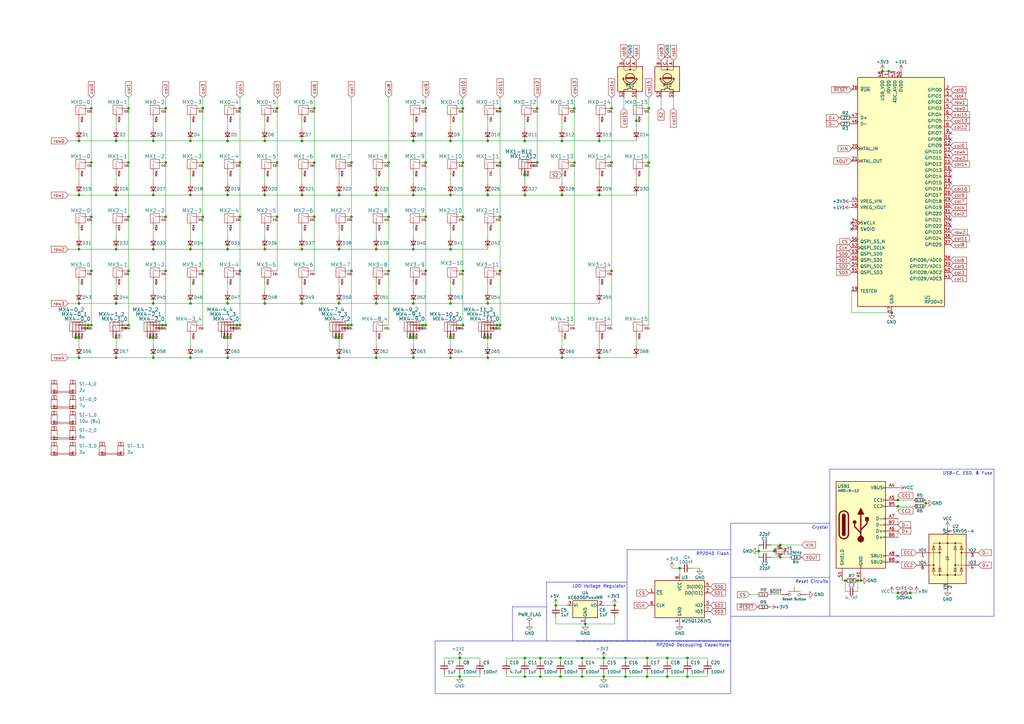
<source format=kicad_sch>
(kicad_sch (version 20211123) (generator eeschema)
  (paper "A3")
  (title_block (title "2040rmie") (rev "1.0"))
  (junction (at 235.585 44.45))
  (junction (at 250.825 44.45))
  (junction (at 52.705 66.675))
  (junction (at 52.705 133.35))
  (junction (at 281.94 277.495))
  (junction (at 128.905 66.675))
  (junction (at 144.145 133.35))
  (junction (at 92.075 138.43))
  (junction (at 220.345 66.675))
  (junction (at 78.105 146.685))
  (junction (at 67.945 133.35))
  (junction (at 78.105 124.46))
  (junction (at 83.185 111.125))
  (junction (at 137.795 138.43))
  (junction (at 154.305 80.01))
  (junction (at 67.945 88.9))
  (junction (at 229.87 277.495))
  (junction (at 346.71 238.125))
  (junction (at 159.385 111.125))
  (junction (at 78.105 80.01))
  (junction (at 78.105 102.235))
  (junction (at 62.865 124.46))
  (junction (at 230.505 146.685))
  (junction (at 215.265 269.875))
  (junction (at 368.3 207.645))
  (junction (at 123.825 124.46))
  (junction (at 32.385 80.01))
  (junction (at 52.705 88.9))
  (junction (at 123.825 102.235))
  (junction (at 144.145 111.125))
  (junction (at 93.345 102.235))
  (junction (at 205.105 88.9))
  (junction (at 200.025 146.685))
  (junction (at 353.06 238.125))
  (junction (at 189.865 88.9))
  (junction (at 215.265 57.785))
  (junction (at 139.065 146.685))
  (junction (at 52.705 44.45))
  (junction (at 250.825 111.125))
  (junction (at 174.625 88.9))
  (junction (at 252.095 248.285))
  (junction (at 215.265 71.755))
  (junction (at 245.745 57.785))
  (junction (at 361.95 29.21))
  (junction (at 37.465 133.35))
  (junction (at 108.585 80.01))
  (junction (at 62.865 57.785))
  (junction (at 67.945 44.45))
  (junction (at 52.705 111.125))
  (junction (at 198.755 138.43))
  (junction (at 159.385 88.9))
  (junction (at 365.76 128.27))
  (junction (at 247.65 277.495))
  (junction (at 93.345 80.01))
  (junction (at 245.745 80.01))
  (junction (at 139.065 102.235))
  (junction (at 281.94 269.875))
  (junction (at 37.465 111.125))
  (junction (at 83.185 66.675))
  (junction (at 200.025 138.43))
  (junction (at 230.505 57.785))
  (junction (at 66.675 133.35))
  (junction (at 240.03 255.905))
  (junction (at 32.385 57.785))
  (junction (at 32.385 146.685))
  (junction (at 189.865 44.45))
  (junction (at 230.505 80.01))
  (junction (at 144.145 66.675))
  (junction (at 32.385 124.46))
  (junction (at 47.625 57.785))
  (junction (at 154.305 146.685))
  (junction (at 62.865 102.235))
  (junction (at 128.905 44.45))
  (junction (at 93.345 57.785))
  (junction (at 273.685 277.495))
  (junction (at 169.545 102.235))
  (junction (at 203.835 133.35))
  (junction (at 78.105 57.785))
  (junction (at 139.065 138.43))
  (junction (at 184.785 138.43))
  (junction (at 32.385 138.43))
  (junction (at 238.76 277.495))
  (junction (at 98.425 133.35))
  (junction (at 278.765 233.045))
  (junction (at 320.04 223.52))
  (junction (at 47.625 80.01))
  (junction (at 247.65 269.875))
  (junction (at 47.625 102.235))
  (junction (at 174.625 111.125))
  (junction (at 97.155 133.35))
  (junction (at 351.79 238.125))
  (junction (at 238.76 269.875))
  (junction (at 36.195 133.35))
  (junction (at 142.875 133.35))
  (junction (at 227.965 248.285))
  (junction (at 98.425 111.125))
  (junction (at 98.425 88.9))
  (junction (at 47.625 138.43))
  (junction (at 184.785 80.01))
  (junction (at 205.105 111.125))
  (junction (at 62.865 138.43))
  (junction (at 205.105 133.35))
  (junction (at 188.595 277.495))
  (junction (at 113.665 88.9))
  (junction (at 98.425 66.675))
  (junction (at 174.625 133.35))
  (junction (at 108.585 102.235))
  (junction (at 93.345 124.46))
  (junction (at 373.38 243.205))
  (junction (at 368.3 205.105))
  (junction (at 184.785 124.46))
  (junction (at 47.625 124.46))
  (junction (at 250.825 66.675))
  (junction (at 189.865 111.125))
  (junction (at 184.785 57.785))
  (junction (at 169.545 124.46))
  (junction (at 368.3 243.205))
  (junction (at 205.105 66.675))
  (junction (at 188.595 269.875))
  (junction (at 215.265 80.01))
  (junction (at 173.355 133.35))
  (junction (at 62.865 80.01))
  (junction (at 93.345 146.685))
  (junction (at 37.465 66.675))
  (junction (at 169.545 80.01))
  (junction (at 184.785 146.685))
  (junction (at 83.185 88.9))
  (junction (at 61.595 138.43))
  (junction (at 154.305 124.46))
  (junction (at 31.115 138.43))
  (junction (at 266.065 66.675))
  (junction (at 169.545 57.785))
  (junction (at 159.385 66.675))
  (junction (at 139.065 124.46))
  (junction (at 83.185 44.45))
  (junction (at 256.54 277.495))
  (junction (at 98.425 44.45))
  (junction (at 311.15 226.06))
  (junction (at 221.615 277.495))
  (junction (at 215.265 277.495))
  (junction (at 189.865 66.675))
  (junction (at 108.585 124.46))
  (junction (at 229.87 269.875))
  (junction (at 67.945 111.125))
  (junction (at 139.065 80.01))
  (junction (at 273.685 269.875))
  (junction (at 169.545 146.685))
  (junction (at 123.825 57.785))
  (junction (at 113.665 66.675))
  (junction (at 265.43 269.875))
  (junction (at 379.73 206.375))
  (junction (at 256.54 269.875))
  (junction (at 37.465 88.9))
  (junction (at 174.625 44.45))
  (junction (at 32.385 102.235))
  (junction (at 235.585 66.675))
  (junction (at 320.04 228.6))
  (junction (at 123.825 80.01))
  (junction (at 189.865 133.35))
  (junction (at 174.625 66.675))
  (junction (at 128.905 88.9))
  (junction (at 317.5 226.06))
  (junction (at 47.625 146.685))
  (junction (at 364.49 29.21))
  (junction (at 265.43 277.495))
  (junction (at 200.025 124.46))
  (junction (at 154.305 102.235))
  (junction (at 168.275 138.43))
  (junction (at 67.945 66.675))
  (junction (at 37.465 44.45))
  (junction (at 205.105 44.45))
  (junction (at 62.865 146.685))
  (junction (at 200.025 57.785))
  (junction (at 260.985 49.53))
  (junction (at 245.745 146.685))
  (junction (at 93.345 138.43))
  (junction (at 200.025 80.01))
  (junction (at 266.065 44.45))
  (junction (at 221.615 269.875))
  (junction (at 144.145 88.9))
  (junction (at 184.785 102.235))
  (junction (at 113.665 44.45))
  (junction (at 220.345 44.45))
  (junction (at 169.545 138.43))
  (junction (at 108.585 57.785))
  (no_connect (at 389.89 74.93))
  (no_connect (at 389.89 92.71))
  (no_connect (at 389.89 69.85))
  (no_connect (at 368.3 230.505))
  (no_connect (at 389.89 54.61))
  (no_connect (at 349.25 91.44))
  (no_connect (at 349.25 93.98))
  (no_connect (at 389.89 57.15))
  (no_connect (at 368.3 227.965))
  (no_connect (at 389.89 72.39))
  (no_connect (at 389.89 90.17))
  (wire (pts (xy 123.825 80.01) (xy 139.065 80.01)))
  (wire (pts (xy 51.435 133.35) (xy 52.705 133.35)))
  (wire (pts (xy 256.54 276.225) (xy 256.54 277.495)))
  (wire (pts (xy 245.745 146.685) (xy 260.985 146.685)))
  (wire (pts (xy 32.385 49.53) (xy 32.385 52.705)))
  (wire (pts (xy 188.595 276.225) (xy 188.595 277.495)))
  (polyline (pts (xy 407.67 252.73) (xy 340.36 252.73)) (stroke (width 0) (type solid)))
  (wire (pts (xy 108.585 124.46) (xy 123.825 124.46)))
  (wire (pts (xy 169.545 138.43) (xy 169.545 141.605)))
  (wire (pts (xy 200.025 57.785) (xy 215.265 57.785)))
  (wire (pts (xy 173.355 133.35) (xy 174.625 133.35)))
  (wire (pts (xy 189.865 66.675) (xy 189.865 88.9)))
  (wire (pts (xy 98.425 40.005) (xy 98.425 44.45)))
  (wire (pts (xy 62.865 102.235) (xy 78.105 102.235)))
  (wire (pts (xy 32.385 124.46) (xy 47.625 124.46)))
  (wire (pts (xy 215.265 49.53) (xy 215.265 52.705)))
  (wire (pts (xy 113.665 88.9) (xy 113.665 111.125)))
  (wire (pts (xy 67.945 66.675) (xy 67.945 88.9)))
  (wire (pts (xy 219.075 66.675) (xy 220.345 66.675)))
  (wire (pts (xy 93.345 124.46) (xy 108.585 124.46)))
  (wire (pts (xy 66.675 133.35) (xy 67.945 133.35)))
  (wire (pts (xy 27.94 102.235) (xy 32.385 102.235)))
  (wire (pts (xy 229.87 269.875) (xy 238.76 269.875)))
  (wire (pts (xy 250.825 40.005) (xy 250.825 44.45)))
  (wire (pts (xy 97.155 133.35) (xy 98.425 133.35)))
  (wire (pts (xy 247.65 248.285) (xy 252.095 248.285)))
  (wire (pts (xy 184.785 80.01) (xy 200.025 80.01)))
  (wire (pts (xy 128.905 66.675) (xy 128.905 88.9)))
  (wire (pts (xy 139.065 71.755) (xy 139.065 74.93)))
  (wire (pts (xy 62.865 138.43) (xy 62.865 141.605)))
  (wire (pts (xy 346.71 238.125) (xy 346.71 242.57)))
  (polyline (pts (xy 340.36 192.405) (xy 407.67 192.405)) (stroke (width 0) (type solid)))
  (wire (pts (xy 93.345 49.53) (xy 93.345 52.705)))
  (wire (pts (xy 93.345 93.98) (xy 93.345 97.155)))
  (wire (pts (xy 281.94 269.875) (xy 281.94 271.145)))
  (wire (pts (xy 62.865 57.785) (xy 78.105 57.785)))
  (wire (pts (xy 168.275 138.43) (xy 169.545 138.43)))
  (wire (pts (xy 123.825 102.235) (xy 139.065 102.235)))
  (wire (pts (xy 47.625 116.205) (xy 47.625 119.38)))
  (wire (pts (xy 247.65 277.495) (xy 256.54 277.495)))
  (wire (pts (xy 247.65 276.225) (xy 247.65 277.495)))
  (polyline (pts (xy 299.72 252.73) (xy 340.36 252.73)) (stroke (width 0) (type solid)))
  (wire (pts (xy 93.345 138.43) (xy 93.345 141.605)))
  (wire (pts (xy 368.3 203.2) (xy 368.3 205.105)))
  (wire (pts (xy 136.525 138.43) (xy 137.795 138.43)))
  (wire (pts (xy 169.545 49.53) (xy 169.545 52.705)))
  (polyline (pts (xy 210.185 248.92) (xy 210.185 262.89)) (stroke (width 0) (type solid)))
  (wire (pts (xy 108.585 93.98) (xy 108.585 97.155)))
  (wire (pts (xy 260.985 71.755) (xy 260.985 74.93)))
  (wire (pts (xy 184.785 124.46) (xy 200.025 124.46)))
  (wire (pts (xy 311.15 228.6) (xy 311.15 226.06)))
  (wire (pts (xy 78.105 57.785) (xy 93.345 57.785)))
  (wire (pts (xy 316.23 223.52) (xy 320.04 223.52)))
  (wire (pts (xy 123.825 57.785) (xy 169.545 57.785)))
  (wire (pts (xy 78.105 102.235) (xy 93.345 102.235)))
  (wire (pts (xy 240.03 255.905) (xy 227.965 255.905)))
  (wire (pts (xy 273.685 269.875) (xy 281.94 269.875)))
  (wire (pts (xy 52.705 66.675) (xy 52.705 88.9)))
  (wire (pts (xy 154.305 80.01) (xy 169.545 80.01)))
  (wire (pts (xy 281.94 277.495) (xy 290.195 277.495)))
  (wire (pts (xy 52.705 44.45) (xy 52.705 66.675)))
  (wire (pts (xy 200.025 49.53) (xy 200.025 52.705)))
  (wire (pts (xy 311.15 226.06) (xy 317.5 226.06)))
  (wire (pts (xy 98.425 66.675) (xy 98.425 88.9)))
  (wire (pts (xy 230.505 138.43) (xy 230.505 141.605)))
  (wire (pts (xy 227.965 255.905) (xy 227.965 253.365)))
  (wire (pts (xy 235.585 44.45) (xy 235.585 66.675)))
  (wire (pts (xy 159.385 88.9) (xy 159.385 111.125)))
  (wire (pts (xy 260.985 138.43) (xy 260.985 141.605)))
  (wire (pts (xy 245.745 71.755) (xy 245.745 74.93)))
  (wire (pts (xy 78.105 71.755) (xy 78.105 74.93)))
  (wire (pts (xy 184.785 57.785) (xy 200.025 57.785)))
  (wire (pts (xy 207.645 277.495) (xy 215.265 277.495)))
  (wire (pts (xy 98.425 44.45) (xy 98.425 66.675)))
  (polyline (pts (xy 178.435 284.48) (xy 299.72 284.48)) (stroke (width 0) (type solid)))
  (wire (pts (xy 215.265 57.785) (xy 230.505 57.785)))
  (wire (pts (xy 159.385 40.005) (xy 159.385 66.675)))
  (wire (pts (xy 144.145 40.005) (xy 144.145 66.675)))
  (wire (pts (xy 230.505 71.755) (xy 230.505 74.93)))
  (wire (pts (xy 159.385 66.675) (xy 159.385 88.9)))
  (wire (pts (xy 52.705 40.005) (xy 52.705 44.45)))
  (wire (pts (xy 93.345 116.205) (xy 93.345 119.38)))
  (polyline (pts (xy 299.72 225.425) (xy 257.175 225.425)) (stroke (width 0) (type solid)))
  (wire (pts (xy 60.325 138.43) (xy 61.595 138.43)))
  (wire (pts (xy 278.765 235.585) (xy 278.765 233.045)))
  (polyline (pts (xy 299.72 236.855) (xy 340.36 236.855)) (stroke (width 0) (type solid)))
  (wire (pts (xy 200.025 71.755) (xy 200.025 74.93)))
  (wire (pts (xy 220.345 40.005) (xy 220.345 44.45)))
  (wire (pts (xy 61.595 138.43) (xy 62.865 138.43)))
  (wire (pts (xy 159.385 111.125) (xy 159.385 133.35)))
  (wire (pts (xy 266.065 44.45) (xy 266.065 66.675)))
  (wire (pts (xy 189.865 111.125) (xy 189.865 133.35)))
  (wire (pts (xy 123.825 71.755) (xy 123.825 74.93)))
  (wire (pts (xy 240.03 255.905) (xy 252.095 255.905)))
  (wire (pts (xy 174.625 111.125) (xy 174.625 133.35)))
  (wire (pts (xy 139.065 146.685) (xy 154.305 146.685)))
  (polyline (pts (xy 178.435 262.89) (xy 299.72 262.89)) (stroke (width 0) (type solid)))
  (polyline (pts (xy 299.72 262.89) (xy 299.72 284.48)) (stroke (width 0) (type solid)))
  (wire (pts (xy 108.585 102.235) (xy 123.825 102.235)))
  (wire (pts (xy 47.625 49.53) (xy 47.625 52.705)))
  (wire (pts (xy 32.385 116.205) (xy 32.385 119.38)))
  (wire (pts (xy 188.595 133.35) (xy 189.865 133.35)))
  (wire (pts (xy 215.265 277.495) (xy 221.615 277.495)))
  (wire (pts (xy 154.305 138.43) (xy 154.305 141.605)))
  (wire (pts (xy 290.195 269.875) (xy 290.195 271.145)))
  (wire (pts (xy 108.585 49.53) (xy 108.585 52.705)))
  (wire (pts (xy 311.15 226.06) (xy 311.15 223.52)))
  (polyline (pts (xy 407.67 192.405) (xy 407.67 252.73)) (stroke (width 0) (type solid)))
  (wire (pts (xy 93.345 80.01) (xy 108.585 80.01)))
  (wire (pts (xy 184.785 93.98) (xy 184.785 97.155)))
  (wire (pts (xy 207.645 271.145) (xy 207.645 269.875)))
  (wire (pts (xy 32.385 102.235) (xy 47.625 102.235)))
  (polyline (pts (xy 224.155 238.76) (xy 257.175 238.76)) (stroke (width 0) (type solid)))
  (wire (pts (xy 351.79 238.125) (xy 351.79 242.57)))
  (wire (pts (xy 188.595 269.875) (xy 196.85 269.875)))
  (wire (pts (xy 229.87 277.495) (xy 238.76 277.495)))
  (wire (pts (xy 283.845 233.045) (xy 287.02 233.045)))
  (wire (pts (xy 98.425 88.9) (xy 98.425 111.125)))
  (wire (pts (xy 316.23 228.6) (xy 320.04 228.6)))
  (wire (pts (xy 215.265 276.225) (xy 215.265 277.495)))
  (wire (pts (xy 98.425 111.125) (xy 98.425 133.35)))
  (wire (pts (xy 47.625 124.46) (xy 62.865 124.46)))
  (wire (pts (xy 29.845 138.43) (xy 31.115 138.43)))
  (wire (pts (xy 265.43 276.225) (xy 265.43 277.495)))
  (wire (pts (xy 256.54 269.875) (xy 256.54 271.145)))
  (wire (pts (xy 139.065 102.235) (xy 154.305 102.235)))
  (wire (pts (xy 252.095 255.905) (xy 252.095 253.365)))
  (wire (pts (xy 250.825 111.125) (xy 250.825 133.35)))
  (wire (pts (xy 32.385 71.755) (xy 32.385 74.93)))
  (polyline (pts (xy 224.155 248.92) (xy 210.185 248.92)) (stroke (width 0) (type solid)))
  (wire (pts (xy 52.705 111.125) (xy 52.705 133.35)))
  (wire (pts (xy 174.625 88.9) (xy 174.625 111.125)))
  (wire (pts (xy 123.825 116.205) (xy 123.825 119.38)))
  (wire (pts (xy 128.905 88.9) (xy 128.905 111.125)))
  (wire (pts (xy 78.105 124.46) (xy 93.345 124.46)))
  (wire (pts (xy 205.105 111.125) (xy 205.105 133.35)))
  (wire (pts (xy 238.76 269.875) (xy 238.76 271.145)))
  (wire (pts (xy 205.105 66.675) (xy 205.105 88.9)))
  (wire (pts (xy 207.645 276.225) (xy 207.645 277.495)))
  (wire (pts (xy 93.345 102.235) (xy 108.585 102.235)))
  (wire (pts (xy 47.625 146.685) (xy 62.865 146.685)))
  (wire (pts (xy 78.105 93.98) (xy 78.105 97.155)))
  (wire (pts (xy 205.105 44.45) (xy 205.105 66.675)))
  (wire (pts (xy 92.075 138.43) (xy 93.345 138.43)))
  (wire (pts (xy 197.485 138.43) (xy 198.755 138.43)))
  (wire (pts (xy 83.185 111.125) (xy 83.185 133.35)))
  (wire (pts (xy 368.3 217.805) (xy 368.3 220.345)))
  (wire (pts (xy 172.085 133.35) (xy 173.355 133.35)))
  (wire (pts (xy 290.195 277.495) (xy 290.195 276.225)))
  (wire (pts (xy 169.545 102.235) (xy 184.785 102.235)))
  (wire (pts (xy 266.065 40.005) (xy 266.065 44.45)))
  (wire (pts (xy 245.745 49.53) (xy 245.745 52.705)))
  (wire (pts (xy 184.785 71.755) (xy 184.785 74.93)))
  (wire (pts (xy 198.755 138.43) (xy 200.025 138.43)))
  (wire (pts (xy 184.785 146.685) (xy 200.025 146.685)))
  (wire (pts (xy 90.805 138.43) (xy 92.075 138.43)))
  (wire (pts (xy 47.625 93.98) (xy 47.625 97.155)))
  (wire (pts (xy 67.945 88.9) (xy 67.945 111.125)))
  (wire (pts (xy 174.625 40.005) (xy 174.625 44.45)))
  (wire (pts (xy 260.985 40.005) (xy 260.985 49.53)))
  (wire (pts (xy 230.505 80.01) (xy 245.745 80.01)))
  (wire (pts (xy 200.025 146.685) (xy 230.505 146.685)))
  (wire (pts (xy 188.595 277.495) (xy 182.245 277.495)))
  (wire (pts (xy 379.73 206.375) (xy 379.73 207.645)))
  (wire (pts (xy 139.065 93.98) (xy 139.065 97.155)))
  (wire (pts (xy 221.615 277.495) (xy 229.87 277.495)))
  (wire (pts (xy 31.115 138.43) (xy 32.385 138.43)))
  (wire (pts (xy 62.865 146.685) (xy 78.105 146.685)))
  (wire (pts (xy 230.505 57.785) (xy 245.745 57.785)))
  (wire (pts (xy 221.615 276.225) (xy 221.615 277.495)))
  (wire (pts (xy 368.3 212.725) (xy 368.3 215.265)))
  (wire (pts (xy 93.345 71.755) (xy 93.345 74.93)))
  (wire (pts (xy 238.76 269.875) (xy 247.65 269.875)))
  (wire (pts (xy 247.65 269.875) (xy 256.54 269.875)))
  (wire (pts (xy 245.745 80.01) (xy 260.985 80.01)))
  (wire (pts (xy 144.145 66.675) (xy 144.145 88.9)))
  (wire (pts (xy 215.265 269.875) (xy 215.265 271.145)))
  (wire (pts (xy 154.305 124.46) (xy 169.545 124.46)))
  (wire (pts (xy 139.065 80.01) (xy 154.305 80.01)))
  (wire (pts (xy 184.785 138.43) (xy 184.785 141.605)))
  (wire (pts (xy 227.965 248.285) (xy 232.41 248.285)))
  (wire (pts (xy 47.625 71.755) (xy 47.625 74.93)))
  (wire (pts (xy 235.585 40.005) (xy 235.585 44.45)))
  (wire (pts (xy 32.385 80.01) (xy 47.625 80.01)))
  (wire (pts (xy 200.025 116.205) (xy 200.025 119.38)))
  (wire (pts (xy 113.665 66.675) (xy 113.665 88.9)))
  (wire (pts (xy 247.65 269.875) (xy 247.65 271.145)))
  (wire (pts (xy 229.87 276.225) (xy 229.87 277.495)))
  (wire (pts (xy 213.995 71.755) (xy 215.265 71.755)))
  (wire (pts (xy 255.905 40.005) (xy 255.905 44.45)))
  (wire (pts (xy 32.385 138.43) (xy 32.385 141.605)))
  (wire (pts (xy 174.625 44.45) (xy 174.625 66.675)))
  (wire (pts (xy 27.94 146.685) (xy 32.385 146.685)))
  (wire (pts (xy 196.85 269.875) (xy 196.85 271.145)))
  (wire (pts (xy 83.185 44.45) (xy 83.185 66.675)))
  (wire (pts (xy 256.54 277.495) (xy 265.43 277.495)))
  (wire (pts (xy 27.94 80.01) (xy 32.385 80.01)))
  (wire (pts (xy 215.265 71.755) (xy 215.265 74.93)))
  (wire (pts (xy 275.59 233.045) (xy 278.765 233.045)))
  (wire (pts (xy 113.665 40.005) (xy 113.665 44.45)))
  (wire (pts (xy 169.545 57.785) (xy 184.785 57.785)))
  (wire (pts (xy 83.185 88.9) (xy 83.185 111.125)))
  (polyline (pts (xy 340.36 192.405) (xy 340.36 252.73)) (stroke (width 0) (type solid)))
  (wire (pts (xy 47.625 57.785) (xy 62.865 57.785)))
  (wire (pts (xy 189.865 44.45) (xy 189.865 66.675)))
  (wire (pts (xy 215.265 80.01) (xy 230.505 80.01)))
  (wire (pts (xy 108.585 71.755) (xy 108.585 74.93)))
  (wire (pts (xy 32.385 57.785) (xy 47.625 57.785)))
  (wire (pts (xy 320.675 243.84) (xy 315.595 243.84)))
  (wire (pts (xy 144.145 88.9) (xy 144.145 111.125)))
  (wire (pts (xy 139.065 138.43) (xy 139.065 141.605)))
  (wire (pts (xy 220.345 44.45) (xy 220.345 66.675)))
  (polyline (pts (xy 224.155 238.76) (xy 224.155 262.89)) (stroke (width 0) (type solid)))
  (wire (pts (xy 123.825 93.98) (xy 123.825 97.155)))
  (wire (pts (xy 273.685 277.495) (xy 273.685 276.225)))
  (wire (pts (xy 182.245 277.495) (xy 182.245 276.225)))
  (wire (pts (xy 142.875 133.35) (xy 144.145 133.35)))
  (wire (pts (xy 27.94 57.785) (xy 32.385 57.785)))
  (wire (pts (xy 169.545 146.685) (xy 184.785 146.685)))
  (wire (pts (xy 361.95 29.21) (xy 364.49 29.21)))
  (polyline (pts (xy 257.175 225.425) (xy 257.175 262.89)) (stroke (width 0) (type solid)))
  (wire (pts (xy 235.585 66.675) (xy 235.585 133.35)))
  (wire (pts (xy 67.945 44.45) (xy 67.945 66.675)))
  (wire (pts (xy 182.245 269.875) (xy 188.595 269.875)))
  (wire (pts (xy 196.85 277.495) (xy 196.85 276.225)))
  (wire (pts (xy 37.465 111.125) (xy 37.465 133.35)))
  (wire (pts (xy 205.105 88.9) (xy 205.105 111.125)))
  (wire (pts (xy 230.505 146.685) (xy 245.745 146.685)))
  (wire (pts (xy 137.795 138.43) (xy 139.065 138.43)))
  (polyline (pts (xy 178.435 284.48) (xy 178.435 262.89)) (stroke (width 0) (type solid)))
  (wire (pts (xy 37.465 66.675) (xy 37.465 88.9)))
  (wire (pts (xy 93.345 146.685) (xy 139.065 146.685)))
  (polyline (pts (xy 299.72 214.63) (xy 340.36 214.63)) (stroke (width 0) (type solid)))
  (wire (pts (xy 265.43 269.875) (xy 265.43 271.145)))
  (wire (pts (xy 108.585 116.205) (xy 108.585 119.38)))
  (wire (pts (xy 52.705 88.9) (xy 52.705 111.125)))
  (wire (pts (xy 260.985 49.53) (xy 260.985 52.705)))
  (wire (pts (xy 221.615 269.875) (xy 221.615 271.145)))
  (wire (pts (xy 200.025 80.01) (xy 215.265 80.01)))
  (wire (pts (xy 238.76 277.495) (xy 247.65 277.495)))
  (wire (pts (xy 32.385 146.685) (xy 47.625 146.685)))
  (wire (pts (xy 266.065 66.675) (xy 266.065 133.35)))
  (wire (pts (xy 368.3 207.645) (xy 374.65 207.645)))
  (wire (pts (xy 169.545 80.01) (xy 184.785 80.01)))
  (wire (pts (xy 47.625 138.43) (xy 47.625 141.605)))
  (wire (pts (xy 250.825 44.45) (xy 250.825 66.675)))
  (wire (pts (xy 230.505 49.53) (xy 230.505 52.705)))
  (polyline (pts (xy 299.72 225.425) (xy 299.72 214.63)) (stroke (width 0) (type solid)))
  (wire (pts (xy 46.355 138.43) (xy 47.625 138.43)))
  (polyline (pts (xy 299.72 225.425) (xy 299.72 262.89)) (stroke (width 0) (type solid)))
  (wire (pts (xy 37.465 88.9) (xy 37.465 111.125)))
  (wire (pts (xy 320.04 223.52) (xy 328.93 223.52)))
  (wire (pts (xy 368.3 205.105) (xy 374.65 205.105)))
  (wire (pts (xy 307.34 243.84) (xy 310.515 243.84)))
  (wire (pts (xy 349.25 128.27) (xy 365.76 128.27)))
  (wire (pts (xy 256.54 269.875) (xy 265.43 269.875)))
  (wire (pts (xy 189.865 40.005) (xy 189.865 44.45)))
  (wire (pts (xy 78.105 80.01) (xy 93.345 80.01)))
  (wire (pts (xy 273.685 277.495) (xy 281.94 277.495)))
  (wire (pts (xy 276.225 40.005) (xy 276.225 44.45)))
  (wire (pts (xy 281.94 277.495) (xy 281.94 276.225)))
  (wire (pts (xy 78.105 116.205) (xy 78.105 119.38)))
  (wire (pts (xy 139.065 116.205) (xy 139.065 119.38)))
  (wire (pts (xy 123.825 49.53) (xy 123.825 52.705)))
  (wire (pts (xy 154.305 116.205) (xy 154.305 119.38)))
  (wire (pts (xy 200.025 124.46) (xy 245.745 124.46)))
  (wire (pts (xy 183.515 138.43) (xy 184.785 138.43)))
  (wire (pts (xy 200.025 138.43) (xy 200.025 141.605)))
  (wire (pts (xy 167.005 138.43) (xy 168.275 138.43)))
  (wire (pts (xy 47.625 102.235) (xy 62.865 102.235)))
  (wire (pts (xy 62.865 80.01) (xy 78.105 80.01)))
  (wire (pts (xy 62.865 124.46) (xy 78.105 124.46)))
  (wire (pts (xy 154.305 146.685) (xy 169.545 146.685)))
  (wire (pts (xy 141.605 133.35) (xy 142.875 133.35)))
  (wire (pts (xy 349.25 119.38) (xy 349.25 128.27)))
  (wire (pts (xy 250.825 66.675) (xy 250.825 111.125)))
  (wire (pts (xy 37.465 44.45) (xy 37.465 66.675)))
  (wire (pts (xy 207.645 269.875) (xy 215.265 269.875)))
  (wire (pts (xy 273.685 269.875) (xy 273.685 271.145)))
  (wire (pts (xy 113.665 44.45) (xy 113.665 66.675)))
  (wire (pts (xy 62.865 93.98) (xy 62.865 97.155)))
  (wire (pts (xy 154.305 71.755) (xy 154.305 74.93)))
  (wire (pts (xy 200.025 93.98) (xy 200.025 97.155)))
  (wire (pts (xy 205.105 40.005) (xy 205.105 44.45)))
  (wire (pts (xy 78.105 49.53) (xy 78.105 52.705)))
  (wire (pts (xy 95.885 133.35) (xy 97.155 133.35)))
  (wire (pts (xy 169.545 93.98) (xy 169.545 97.155)))
  (wire (pts (xy 78.105 146.685) (xy 93.345 146.685)))
  (wire (pts (xy 144.145 111.125) (xy 144.145 133.35)))
  (wire (pts (xy 67.945 111.125) (xy 67.945 133.35)))
  (wire (pts (xy 78.105 138.43) (xy 78.105 141.605)))
  (wire (pts (xy 174.625 66.675) (xy 174.625 88.9)))
  (wire (pts (xy 108.585 57.785) (xy 123.825 57.785)))
  (wire (pts (xy 32.385 93.98) (xy 32.385 97.155)))
  (wire (pts (xy 320.04 228.6) (xy 323.85 228.6)))
  (wire (pts (xy 67.945 40.005) (xy 67.945 44.45)))
  (wire (pts (xy 139.065 124.46) (xy 154.305 124.46)))
  (wire (pts (xy 184.785 116.205) (xy 184.785 119.38)))
  (wire (pts (xy 317.5 226.06) (xy 322.58 226.06)))
  (wire (pts (xy 221.615 269.875) (xy 229.87 269.875)))
  (wire (pts (xy 27.94 124.46) (xy 32.385 124.46)))
  (wire (pts (xy 62.865 49.53) (xy 62.865 52.705)))
  (wire (pts (xy 365.76 243.205) (xy 368.3 243.205)))
  (wire (pts (xy 62.865 71.755) (xy 62.865 74.93)))
  (wire (pts (xy 238.76 276.225) (xy 238.76 277.495)))
  (wire (pts (xy 265.43 277.495) (xy 273.685 277.495)))
  (wire (pts (xy 169.545 116.205) (xy 169.545 119.38)))
  (wire (pts (xy 245.745 57.785) (xy 260.985 57.785)))
  (wire (pts (xy 189.865 88.9) (xy 189.865 111.125)))
  (wire (pts (xy 182.245 271.145) (xy 182.245 269.875)))
  (wire (pts (xy 188.595 269.875) (xy 188.595 271.145)))
  (wire (pts (xy 65.405 133.35) (xy 66.675 133.35)))
  (wire (pts (xy 215.265 269.875) (xy 221.615 269.875)))
  (wire (pts (xy 364.49 29.21) (xy 367.03 29.21)))
  (polyline (pts (xy 236.22 262.89) (xy 278.765 262.89)))
  (wire (pts (xy 351.79 238.125) (xy 353.06 238.125)))
  (wire (pts (xy 123.825 124.46) (xy 139.065 124.46)))
  (polyline (pts (xy 278.765 262.89) (xy 299.72 262.89)) (stroke (width 0) (type solid)))
  (wire (pts (xy 62.865 116.205) (xy 62.865 119.38)))
  (wire (pts (xy 154.305 93.98) (xy 154.305 97.155)))
  (wire (pts (xy 368.3 207.645) (xy 368.3 209.55)))
  (wire (pts (xy 281.94 269.875) (xy 290.195 269.875)))
  (wire (pts (xy 83.185 40.005) (xy 83.185 44.45)))
  (wire (pts (xy 202.565 133.35) (xy 203.835 133.35)))
  (wire (pts (xy 184.785 102.235) (xy 200.025 102.235)))
  (wire (pts (xy 245.745 138.43) (xy 245.745 141.605)))
  (polyline (pts (xy 236.22 262.89) (xy 278.765 262.89)) (stroke (width 0) (type solid)))
  (wire (pts (xy 345.44 238.125) (xy 346.71 238.125)))
  (wire (pts (xy 188.595 277.495) (xy 196.85 277.495)))
  (wire (pts (xy 169.545 124.46) (xy 184.785 124.46)))
  (wire (pts (xy 154.305 102.235) (xy 169.545 102.235)))
  (wire (pts (xy 229.87 269.875) (xy 229.87 271.145)))
  (wire (pts (xy 34.925 133.35) (xy 36.195 133.35)))
  (wire (pts (xy 271.145 40.005) (xy 271.145 44.45)))
  (wire (pts (xy 128.905 44.45) (xy 128.905 66.675)))
  (wire (pts (xy 108.585 80.01) (xy 123.825 80.01)))
  (polyline (pts (xy 278.765 262.89) (xy 299.72 262.89)))
  (wire (pts (xy 184.785 49.53) (xy 184.785 52.705)))
  (wire (pts (xy 36.195 133.35) (xy 37.465 133.35)))
  (wire (pts (xy 47.625 80.01) (xy 62.865 80.01)))
  (wire (pts (xy 265.43 269.875) (xy 273.685 269.875)))
  (wire (pts (xy 169.545 71.755) (xy 169.545 74.93)))
  (wire (pts (xy 128.905 40.005) (xy 128.905 44.45)))
  (wire (pts (xy 203.835 133.35) (xy 205.105 133.35)))
  (wire (pts (xy 83.185 66.675) (xy 83.185 88.9)))
  (wire (pts (xy 37.465 40.005) (xy 37.465 44.45)))
  (wire (pts (xy 245.745 116.205) (xy 245.745 119.38)))
  (wire (pts (xy 373.38 243.205) (xy 375.92 243.205)))
  (wire (pts (xy 379.73 205.105) (xy 379.73 206.375)))
  (wire (pts (xy 93.345 57.785) (xy 108.585 57.785)))
  (text "LDO Voltage Regulator" (at 256.54 241.3 180) (effects (font (size 1.27 1.27) italic) (justify right bottom)))
  (text "RP2040 Decoupling Capacitors" (at 299.085 265.43 180) (effects (font (size 1.27 1.27) italic) (justify right bottom)))
  (text "Crystal" (at 339.725 217.17 180) (effects (font (size 1.27 1.27) italic) (justify right bottom)))
  (text "RP2040 Flash" (at 299.085 227.965 180) (effects (font (size 1.27 1.27) italic) (justify right bottom)))
  (text "USB-C, ESD, & Fuse" (at 407.035 194.945 180) (effects (font (size 1.27 1.27) italic) (justify right bottom)))
  (text "Reset Circuits" (at 339.725 239.395 180) (effects (font (size 1.27 1.27) italic) (justify right bottom)))
  (label "~{BOOT}" (at 315.595 243.84 0))
  (global_label "col1" (shape input) (at 389.89 114.3 0) (property "Intersheet References" "${INTERSHEET_REFS}" (effects hide)))
  (global_label "row2" (shape input) (at 389.89 95.25 0) (property "Intersheet References" "${INTERSHEET_REFS}" (effects hide)))
  (global_label "col13" (shape input) (at 389.89 49.53 0) (property "Intersheet References" "${INTERSHEET_REFS}" (effects hide)))
  (global_label "SD1" (shape input) (at 349.25 106.68 180) (property "Intersheet References" "${INTERSHEET_REFS}" (effects hide)))
  (global_label "CS" (shape input) (at 266.065 243.205 180) (property "Intersheet References" "${INTERSHEET_REFS}" (effects hide)))
  (global_label "rotA" (shape input) (at 260.985 24.765 90) (property "Intersheet References" "${INTERSHEET_REFS}" (effects hide)))
  (global_label "row4" (shape input) (at 27.94 146.685 180) (property "Intersheet References" "${INTERSHEET_REFS}" (effects hide)))
  (global_label "row2" (shape input) (at 27.94 102.235 180) (property "Intersheet References" "${INTERSHEET_REFS}" (effects hide)))
  (global_label "col14" (shape input) (at 250.825 40.005 90) (property "Intersheet References" "${INTERSHEET_REFS}" (effects hide)))
  (global_label "D+" (shape input) (at 368.3 217.805 0) (property "Intersheet References" "${INTERSHEET_REFS}" (effects hide)))
  (global_label "rotA" (shape input) (at 276.225 24.765 90) (property "Intersheet References" "${INTERSHEET_REFS}" (effects hide)))
  (global_label "CC2" (shape input) (at 375.92 231.775 180) (property "Intersheet References" "${INTERSHEET_REFS}" (effects hide)))
  (global_label "col15" (shape input) (at 255.905 44.45 270) (property "Intersheet References" "${INTERSHEET_REFS}" (effects hide)))
  (global_label "S2" (shape input) (at 230.505 71.755 180) (property "Intersheet References" "${INTERSHEET_REFS}" (effects hide)))
  (global_label "D-" (shape input) (at 368.3 215.265 0) (property "Intersheet References" "${INTERSHEET_REFS}" (effects hide)))
  (global_label "col15" (shape input) (at 266.065 40.005 90) (property "Intersheet References" "${INTERSHEET_REFS}" (effects hide)))
  (global_label "CC1" (shape input) (at 375.92 226.695 180) (property "Intersheet References" "${INTERSHEET_REFS}" (effects hide)))
  (global_label "col0" (shape input) (at 389.89 59.69 0) (property "Intersheet References" "${INTERSHEET_REFS}" (effects hide)))
  (global_label "col5" (shape input) (at 113.665 40.005 90) (property "Intersheet References" "${INTERSHEET_REFS}" (effects hide)))
  (global_label "SD3" (shape input) (at 291.465 250.825 0) (property "Intersheet References" "${INTERSHEET_REFS}" (effects hide)))
  (global_label "col14" (shape input) (at 389.89 67.31 0) (property "Intersheet References" "${INTERSHEET_REFS}" (effects hide)))
  (global_label "row0" (shape input) (at 27.94 57.785 180) (property "Intersheet References" "${INTERSHEET_REFS}" (effects hide)))
  (global_label "row1" (shape input) (at 27.94 80.01 180) (property "Intersheet References" "${INTERSHEET_REFS}" (effects hide)))
  (global_label "col10" (shape input) (at 389.89 77.47 0) (property "Intersheet References" "${INTERSHEET_REFS}" (effects hide)))
  (global_label "col12" (shape input) (at 220.345 40.005 90) (property "Intersheet References" "${INTERSHEET_REFS}" (effects hide)))
  (global_label "row0" (shape input) (at 389.89 44.45 0) (property "Intersheet References" "${INTERSHEET_REFS}" (effects hide)))
  (global_label "row3" (shape input) (at 27.94 124.46 180) (property "Intersheet References" "${INTERSHEET_REFS}" (effects hide)))
  (global_label "SD1" (shape input) (at 291.465 243.205 0) (property "Intersheet References" "${INTERSHEET_REFS}" (effects hide)))
  (global_label "col11" (shape input) (at 389.89 97.79 0) (property "Intersheet References" "${INTERSHEET_REFS}" (effects hide)))
  (global_label "col8" (shape input) (at 159.385 40.005 90) (property "Intersheet References" "${INTERSHEET_REFS}" (effects hide)))
  (global_label "row3" (shape input) (at 389.89 64.77 0) (property "Intersheet References" "${INTERSHEET_REFS}" (effects hide)))
  (global_label "col2" (shape input) (at 67.945 40.005 90) (property "Intersheet References" "${INTERSHEET_REFS}" (effects hide)))
  (global_label "row1" (shape input) (at 389.89 41.91 0) (property "Intersheet References" "${INTERSHEET_REFS}" (effects hide)))
  (global_label "CC1" (shape input) (at 368.3 203.2 0) (property "Intersheet References" "${INTERSHEET_REFS}" (effects hide)))
  (global_label "D+" (shape input) (at 344.17 48.26 180) (property "Intersheet References" "${INTERSHEET_REFS}" (effects hide)))
  (global_label "SD0" (shape input) (at 291.465 240.665 0) (property "Intersheet References" "${INTERSHEET_REFS}" (effects hide)))
  (global_label "col4" (shape input) (at 389.89 85.09 0) (property "Intersheet References" "${INTERSHEET_REFS}" (effects hide)))
  (global_label "CS" (shape input) (at 349.25 99.06 180) (property "Intersheet References" "${INTERSHEET_REFS}" (effects hide)))
  (global_label "CC2" (shape input) (at 368.3 209.55 0) (property "Intersheet References" "${INTERSHEET_REFS}" (effects hide)))
  (global_label "row4" (shape input) (at 389.89 62.23 0) (property "Intersheet References" "${INTERSHEET_REFS}" (effects hide)))
  (global_label "XOUT" (shape input) (at 328.93 228.6 0) (property "Intersheet References" "${INTERSHEET_REFS}" (effects hide)))
  (global_label "col1" (shape input) (at 52.705 40.005 90) (property "Intersheet References" "${INTERSHEET_REFS}" (effects hide)))
  (global_label "col6" (shape input) (at 128.905 40.005 90) (property "Intersheet References" "${INTERSHEET_REFS}" (effects hide)))
  (global_label "col8" (shape input) (at 389.89 100.33 0) (property "Intersheet References" "${INTERSHEET_REFS}" (effects hide)))
  (global_label "D+" (shape input) (at 401.32 231.775 0) (property "Intersheet References" "${INTERSHEET_REFS}" (effects hide)))
  (global_label "rotB" (shape input) (at 271.145 24.765 90) (property "Intersheet References" "${INTERSHEET_REFS}" (effects hide)))
  (global_label "D-" (shape input) (at 401.32 226.695 0) (property "Intersheet References" "${INTERSHEET_REFS}" (effects hide)))
  (global_label "rotB" (shape input) (at 255.905 24.765 90) (property "Intersheet References" "${INTERSHEET_REFS}" (effects hide)))
  (global_label "col13" (shape input) (at 235.585 40.005 90) (property "Intersheet References" "${INTERSHEET_REFS}" (effects hide)))
  (global_label "col9" (shape input) (at 174.625 40.005 90) (property "Intersheet References" "${INTERSHEET_REFS}" (effects hide)))
  (global_label "D-" (shape input) (at 344.17 50.8 180) (property "Intersheet References" "${INTERSHEET_REFS}" (effects hide)))
  (global_label "col10" (shape input) (at 189.865 40.005 90) (property "Intersheet References" "${INTERSHEET_REFS}" (effects hide)))
  (global_label "CLK" (shape input) (at 266.065 248.285 180) (property "Intersheet References" "${INTERSHEET_REFS}" (effects hide)))
  (global_label "col15" (shape input) (at 389.89 46.99 0) (property "Intersheet References" "${INTERSHEET_REFS}" (effects hide)))
  (global_label "XOUT" (shape input) (at 349.25 66.04 180) (property "Intersheet References" "${INTERSHEET_REFS}" (effects hide)))
  (global_label "col4" (shape input) (at 98.425 40.005 90) (property "Intersheet References" "${INTERSHEET_REFS}" (effects hide)))
  (global_label "CLK" (shape input) (at 349.25 101.6 180) (property "Intersheet References" "${INTERSHEET_REFS}" (effects hide)))
  (global_label "col9" (shape input) (at 389.89 80.01 0) (property "Intersheet References" "${INTERSHEET_REFS}" (effects hide)))
  (global_label "col3" (shape input) (at 83.185 40.005 90) (property "Intersheet References" "${INTERSHEET_REFS}" (effects hide)))
  (global_label "SD2" (shape input) (at 349.25 109.22 180) (property "Intersheet References" "${INTERSHEET_REFS}" (effects hide)))
  (global_label "SD2" (shape input) (at 291.465 248.285 0) (property "Intersheet References" "${INTERSHEET_REFS}" (effects hide)))
  (global_label "XIN" (shape input) (at 328.93 223.52 0) (property "Intersheet References" "${INTERSHEET_REFS}" (effects hide)))
  (global_label "col7" (shape input) (at 144.145 40.005 90) (property "Intersheet References" "${INTERSHEET_REFS}" (effects hide)))
  (global_label "col6" (shape input) (at 389.89 106.68 0) (property "Intersheet References" "${INTERSHEET_REFS}" (effects hide)))
  (global_label "S2" (shape input) (at 271.145 44.45 270) (property "Intersheet References" "${INTERSHEET_REFS}" (effects hide)))
  (global_label "col13" (shape input) (at 276.225 44.45 270) (property "Intersheet References" "${INTERSHEET_REFS}" (effects hide)))
  (global_label "col12" (shape input) (at 389.89 52.07 0) (property "Intersheet References" "${INTERSHEET_REFS}" (effects hide)))
  (global_label "col11" (shape input) (at 205.105 40.005 90) (property "Intersheet References" "${INTERSHEET_REFS}" (effects hide)))
  (global_label "rotA" (shape input) (at 389.89 39.37 0) (property "Intersheet References" "${INTERSHEET_REFS}" (effects hide)))
  (global_label "SD0" (shape input) (at 349.25 104.14 180) (property "Intersheet References" "${INTERSHEET_REFS}" (effects hide)))
  (global_label "col3" (shape input) (at 389.89 111.76 0) (property "Intersheet References" "${INTERSHEET_REFS}" (effects hide)))
  (global_label "rotB" (shape input) (at 389.89 36.83 0) (property "Intersheet References" "${INTERSHEET_REFS}" (effects hide)))
  (global_label "SD3" (shape input) (at 349.25 111.76 180) (property "Intersheet References" "${INTERSHEET_REFS}" (effects hide)))
  (global_label "col7" (shape input) (at 389.89 82.55 0) (property "Intersheet References" "${INTERSHEET_REFS}" (effects hide)))
  (global_label "col0" (shape input) (at 37.465 40.005 90) (property "Intersheet References" "${INTERSHEET_REFS}" (effects hide)))
  (global_label "CS" (shape input) (at 307.34 243.84 180) (property "Intersheet References" "${INTERSHEET_REFS}" (effects hide)))
  (global_label "~{RESET}" (shape input) (at 310.515 248.92 180) (property "Intersheet References" "${INTERSHEET_REFS}" (effects hide)))
  (global_label "col2" (shape input) (at 389.89 87.63 0) (property "Intersheet References" "${INTERSHEET_REFS}" (effects hide)))
  (global_label "XIN" (shape input) (at 349.25 60.96 180) (property "Intersheet References" "${INTERSHEET_REFS}" (effects hide)))
  (global_label "col5" (shape input) (at 389.89 109.22 0) (property "Intersheet References" "${INTERSHEET_REFS}" (effects hide)))
  (global_label "~{RESET}" (shape input) (at 349.25 36.83 180) (property "Intersheet References" "${INTERSHEET_REFS}" (effects hide)))
  (symbol (lib_id "MX_Alps_Hybrid:MX-NoLED") (at 79.375 112.395 0) (unit 1) (in_bom no)
    (property "Reference" "MX3-3" (at 78.74 108.585 0) (effects (font (size 1.524 1.524))))
    (property "Value" "MX-NoLED" (effects hide))
    (property "Footprint" "marbastlib-mx:SW_MX_1u" (effects hide))
  )
  (symbol (lib_id "power:GND") (at 240.03 255.905 0) (unit 1)
    (property "Reference" "#PWR019" (effects hide))
    (property "Value" "GND" (at 240.03 259.715 0))
  )
  (symbol (lib_id "MX_Alps_Hybrid:MX-NoLED") (at 94.615 67.945 0) (unit 1) (in_bom no)
    (property "Reference" "MX1-4" (at 93.98 64.135 0) (effects (font (size 1.524 1.524))))
    (property "Value" "MX-NoLED" (effects hide))
    (property "Footprint" "marbastlib-mx:SW_MX_1u" (effects hide))
  )
  (symbol (lib_id "Device:D_Small") (at 93.345 144.145 90) (unit 1)
    (property "Reference" "D60" (at 94.615 144.145 90) (effects (justify right)))
    (property "Value" "D_Small" (effects hide))
    (property "Footprint" "Diode_SMD:D_SOD-123" (effects hide))
  )
  (symbol (lib_id "MX_Alps_Hybrid:MX-NoLED") (at 94.615 134.62 0) (unit 1) (in_bom no)
    (property "Reference" "MX4-4_0" (at 92.71 130.81 0) (effects (font (size 1.524 1.524))))
    (property "Value" "MX-NoLED" (effects hide))
    (property "Footprint" "marbastlib-mx:SW_MX_1u" (effects hide))
  )
  (symbol (lib_id "MX_Alps_Hybrid:MX-NoLED") (at 184.785 134.62 0) (unit 1) (in_bom no)
    (property "Reference" "MX4-10_2" (at 182.245 128.905 0) (effects (font (size 1.524 1.524))))
    (property "Value" "MX-NoLED" (effects hide))
    (property "Footprint" "marbastlib-mx:SW_MX_1u" (effects hide))
  )
  (symbol (lib_id "Device:D_Small") (at 62.865 77.47 90) (unit 1)
    (property "Reference" "D17" (at 64.135 77.47 90) (effects (justify right)))
    (property "Value" "D_Small" (effects hide))
    (property "Footprint" "Diode_SMD:D_SOD-123" (effects hide))
  )
  (symbol (lib_id "MX_Alps_Hybrid:MX-NoLED") (at 125.095 67.945 0) (unit 1) (in_bom no)
    (property "Reference" "MX1-6" (at 124.46 64.135 0) (effects (font (size 1.524 1.524))))
    (property "Value" "MX-NoLED" (effects hide))
    (property "Footprint" "marbastlib-mx:SW_MX_1u" (effects hide))
  )
  (symbol (lib_id "marbastlib-mx:MX_stab") (at 26.035 158.75 0) (unit 1) (in_bom no)
    (property "Reference" "ST-A_0" (at 32.385 157.48 0) (effects (justify left)))
    (property "Value" "2u" (at 32.385 160.02 0) (effects (justify left)))
    (property "Footprint" "marbastlib-mx:STAB_MX_2u" (effects hide))
  )
  (symbol (lib_id "Device:D_Small") (at 47.625 55.245 90) (unit 1)
    (property "Reference" "D2" (at 48.895 55.245 90) (effects (justify right)))
    (property "Value" "D_Small" (effects hide))
    (property "Footprint" "Diode_SMD:D_SOD-123" (effects hide))
  )
  (symbol (lib_id "MX_Alps_Hybrid:MX-NoLED") (at 247.015 67.945 0) (unit 1) (in_bom no)
    (property "Reference" "MX1-14" (at 245.745 64.135 0) (effects (font (size 1.524 1.524))))
    (property "Value" "MX-NoLED" (effects hide))
    (property "Footprint" "marbastlib-mx:SW_MX_1u" (effects hide))
  )
  (symbol (lib_id "Device:D_Small") (at 200.025 99.695 90) (unit 1)
    (property "Reference" "D42" (at 201.295 99.695 90) (effects (justify right)))
    (property "Value" "D_Small" (effects hide))
    (property "Footprint" "Diode_SMD:D_SOD-123" (effects hide))
  )
  (symbol (lib_id "Device:Crystal_GND24_Small") (at 320.04 226.06 90) (unit 1)
    (property "Reference" "Y1" (at 323.85 224.79 90))
    (property "Value" "12MHz" (at 325.755 226.695 90))
    (property "Footprint" "Crystal:Crystal_SMD_3225-4Pin_3.2x2.5mm" (effects hide))
  )
  (symbol (lib_id "marbastlib-mx:MX_stab") (at 26.035 171.45 0) (unit 1) (in_bom no)
    (property "Reference" "ST-1_0" (at 32.385 170.18 0) (effects (justify left)))
    (property "Value" "10u (8u)" (at 32.385 172.72 0) (effects (justify left)))
    (property "Footprint" "marbastlib-mx:STAB_MX_10u" (effects hide))
  )
  (symbol (lib_id "MX_Alps_Hybrid:MX-NoLED") (at 155.575 112.395 0) (unit 1) (in_bom no)
    (property "Reference" "MX3-8" (at 154.94 108.585 0) (effects (font (size 1.524 1.524))))
    (property "Value" "MX-NoLED" (effects hide))
    (property "Footprint" "marbastlib-mx:SW_MX_1u" (effects hide))
  )
  (symbol (lib_id "power:+3V3") (at 252.095 248.285 0) (unit 1)
    (property "Reference" "#PWR018" (effects hide))
    (property "Value" "+3V3" (at 251.46 244.475 0))
  )
  (symbol (lib_id "Device:D_Small") (at 200.025 55.245 90) (unit 1)
    (property "Reference" "D10" (at 201.295 55.245 90) (effects (justify right)))
    (property "Value" "D_Small" (effects hide))
    (property "Footprint" "Diode_SMD:D_SOD-123" (effects hide))
  )
  (symbol (lib_id "Device:C_Small") (at 349.25 242.57 90) (unit 1)
    (property "Reference" "C3" (at 349.25 240.03 90))
    (property "Value" "4.7nF" (at 349.25 245.11 90))
    (property "Footprint" "Capacitor_SMD:C_0402_1005Metric" (effects hide))
  )
  (symbol (lib_id "Device:D_Small") (at 169.545 144.145 90) (unit 1)
    (property "Reference" "D63" (at 170.815 144.145 90) (effects (justify right)))
    (property "Value" "D_Small" (effects hide))
    (property "Footprint" "Diode_SMD:D_SOD-123" (effects hide))
  )
  (symbol (lib_id "MX_Alps_Hybrid:MX-NoLED") (at 62.865 134.62 0) (unit 1) (in_bom no)
    (property "Reference" "MX4-2_1" (at 60.96 128.905 0) (effects (font (size 1.524 1.524))))
    (property "Value" "MX-NoLED" (effects hide))
    (property "Footprint" "marbastlib-mx:SW_MX_1.5u" (effects hide))
  )
  (symbol (lib_id "Device:D_Small") (at 260.985 77.47 90) (unit 1)
    (property "Reference" "D30" (at 262.255 77.47 90) (effects (justify right)))
    (property "Value" "D_Small" (effects hide))
    (property "Footprint" "Diode_SMD:D_SOD-123" (effects hide))
  )
  (symbol (lib_id "Device:D_Small") (at 154.305 99.695 90) (unit 1)
    (property "Reference" "D39" (at 155.575 99.695 90) (effects (justify right)))
    (property "Value" "D_Small" (effects hide))
    (property "Footprint" "Diode_SMD:D_SOD-123" (effects hide))
  )
  (symbol (lib_id "MX_Alps_Hybrid:MX-NoLED") (at 186.055 90.17 0) (unit 1) (in_bom no)
    (property "Reference" "MX2-10" (at 184.785 86.36 0) (effects (font (size 1.524 1.524))))
    (property "Value" "MX-NoLED" (effects hide))
    (property "Footprint" "marbastlib-mx:SW_MX_1u" (effects hide))
  )
  (symbol (lib_id "power:GND") (at 278.765 255.905 0) (unit 1)
    (property "Reference" "#PWR020" (effects hide))
    (property "Value" "GND" (at 278.765 259.715 0))
  )
  (symbol (lib_id "power:PWR_FLAG") (at 373.38 243.205 0) (unit 1)
    (property "Reference" "#FLG02" (effects hide))
    (property "Value" "PWR_FLAG" (effects hide))
  )
  (symbol (lib_id "Device:R_Small") (at 313.055 243.84 270) (unit 1)
    (property "Reference" "R8" (at 313.055 241.935 90))
    (property "Value" "1k" (at 313.055 243.84 90) (effects (font (size 1 1))))
    (property "Footprint" "Resistor_SMD:R_0402_1005Metric" (effects hide))
  )
  (symbol (lib_id "Device:D_Small") (at 78.105 144.145 90) (unit 1)
    (property "Reference" "D59" (at 79.375 144.145 90) (effects (justify right)))
    (property "Value" "D_Small" (effects hide))
    (property "Footprint" "Diode_SMD:D_SOD-123" (effects hide))
  )
  (symbol (lib_id "power:+5V") (at 375.92 243.205 0) (unit 1)
    (property "Reference" "#PWR012" (effects hide))
    (property "Value" "+5V" (at 378.46 242.57 0))
  )
  (symbol (lib_id "MX_Alps_Hybrid:MX-NoLED") (at 216.535 45.72 0) (unit 1) (in_bom no)
    (property "Reference" "MX0-12" (at 215.265 41.91 0) (effects (font (size 1.524 1.524))))
    (property "Value" "MX-NoLED" (effects hide))
    (property "Footprint" "marbastlib-mx:SW_MX_1u" (effects hide))
  )
  (symbol (lib_id "Device:D_Small") (at 62.865 121.92 90) (unit 1)
    (property "Reference" "D45" (at 64.135 121.92 90) (effects (justify right)))
    (property "Value" "D_Small" (effects hide))
    (property "Footprint" "Diode_SMD:D_SOD-123" (effects hide))
  )
  (symbol (lib_id "MX_Alps_Hybrid:MX-NoLED") (at 201.295 67.945 90) (mirror x) (unit 1) (in_bom no)
    (property "Reference" "MX1-11" (at 200.025 64.135 90) (effects (font (size 1.524 1.524))))
    (property "Value" "MX-NoLED" (effects hide))
    (property "Footprint" "marbastlib-mx:SW_MX_1u" (effects hide))
  )
  (symbol (lib_id "MX_Alps_Hybrid:MX-NoLED") (at 109.855 67.945 0) (unit 1) (in_bom no)
    (property "Reference" "MX1-5" (at 109.22 64.135 0) (effects (font (size 1.524 1.524))))
    (property "Value" "MX-NoLED" (effects hide))
    (property "Footprint" "marbastlib-mx:SW_MX_1u" (effects hide))
  )
  (symbol (lib_id "Device:R_Small") (at 326.39 228.6 90) (unit 1)
    (property "Reference" "R4" (at 326.39 230.505 90))
    (property "Value" "1k" (at 326.39 228.6 90) (effects (font (size 1 1))))
    (property "Footprint" "Resistor_SMD:R_0402_1005Metric" (effects hide))
  )
  (symbol (lib_id "Device:D_Small") (at 169.545 55.245 90) (unit 1)
    (property "Reference" "D8" (at 170.815 55.245 90) (effects (justify right)))
    (property "Value" "D_Small" (effects hide))
    (property "Footprint" "Diode_SMD:D_SOD-123" (effects hide))
  )
  (symbol (lib_id "Device:D_Small") (at 78.105 99.695 90) (unit 1)
    (property "Reference" "D34" (at 79.375 99.695 90) (effects (justify right)))
    (property "Value" "D_Small" (effects hide))
    (property "Footprint" "Diode_SMD:D_SOD-123" (effects hide))
  )
  (symbol (lib_id "Regulator_Linear:XC6206PxxxMR") (at 240.03 248.285 0) (unit 1)
    (property "Reference" "U4" (at 240.03 243.205 0))
    (property "Value" "XC6206PxxxMR" (at 240.03 245.11 0))
    (property "Footprint" "Package_TO_SOT_SMD:SOT-23" (effects hide))
    (property "Datasheet" "https://www.torexsemi.com/file/xc6206/XC6206.pdf" (effects hide))
  )
  (symbol (lib_id "MX_Alps_Hybrid:MX-NoLED") (at 94.615 45.72 0) (unit 1) (in_bom no)
    (property "Reference" "MX0-4" (at 93.98 41.91 0) (effects (font (size 1.524 1.524))))
    (property "Value" "MX-NoLED" (effects hide))
    (property "Footprint" "marbastlib-mx:SW_MX_1u" (effects hide))
  )
  (symbol (lib_id "MX_Alps_Hybrid:MX-NoLED") (at 79.375 90.17 0) (unit 1) (in_bom no)
    (property "Reference" "MX2-3" (at 78.74 86.36 0) (effects (font (size 1.524 1.524))))
    (property "Value" "MX-NoLED" (effects hide))
    (property "Footprint" "marbastlib-mx:SW_MX_1u" (effects hide))
  )
  (symbol (lib_id "Device:D_Small") (at 78.105 77.47 90) (unit 1)
    (property "Reference" "D18" (at 79.375 77.47 90) (effects (justify right)))
    (property "Value" "D_Small" (effects hide))
    (property "Footprint" "Diode_SMD:D_SOD-123" (effects hide))
  )
  (symbol (lib_id "MX_Alps_Hybrid:MX-NoLED") (at 201.295 112.395 0) (unit 1) (in_bom no)
    (property "Reference" "MX3-11" (at 200.025 108.585 0) (effects (font (size 1.524 1.524))))
    (property "Value" "MX-NoLED" (effects hide))
    (property "Footprint" "marbastlib-mx:SW_MX_1.25u" (effects hide))
  )
  (symbol (lib_id "Device:D_Small") (at 93.345 99.695 90) (unit 1)
    (property "Reference" "D35" (at 94.615 99.695 90) (effects (justify right)))
    (property "Value" "D_Small" (effects hide))
    (property "Footprint" "Diode_SMD:D_SOD-123" (effects hide))
  )
  (symbol (lib_id "power:GND") (at 330.835 243.84 90) (unit 1)
    (property "Reference" "#PWR013" (effects hide))
    (property "Value" "GND" (at 335.915 243.84 90))
  )
  (symbol (lib_id "Device:D_Small") (at 245.745 121.92 90) (unit 1)
    (property "Reference" "D55" (at 247.015 121.92 90) (effects (justify right)))
    (property "Value" "D_Small" (effects hide))
    (property "Footprint" "Diode_SMD:D_SOD-123" (effects hide))
  )
  (symbol (lib_id "MX_Alps_Hybrid:MX-NoLED") (at 64.135 112.395 0) (unit 1) (in_bom no)
    (property "Reference" "MX3-2" (at 63.5 108.585 0) (effects (font (size 1.524 1.524))))
    (property "Value" "MX-NoLED" (effects hide))
    (property "Footprint" "marbastlib-mx:SW_MX_1u" (effects hide))
  )
  (symbol (lib_id "Device:C_Small") (at 265.43 273.685 0) (unit 1)
    (property "Reference" "C17" (at 266.7 271.78 0) (effects (justify left)))
    (property "Value" "100nF" (at 266.7 275.59 0) (effects (justify left)))
    (property "Footprint" "Capacitor_SMD:C_0402_1005Metric" (effects hide))
  )
  (symbol (lib_id "power:VCC") (at 368.3 200.025 270) (unit 1)
    (property "Reference" "#PWR06" (effects hide))
    (property "Value" "VCC" (at 370.84 200.025 90) (effects (justify left)))
  )
  (symbol (lib_id "Device:C_Small") (at 252.095 250.825 0) (unit 1)
    (property "Reference" "C6" (at 245.745 250.19 0) (effects (justify left)))
    (property "Value" "1uF" (at 245.745 252.095 0) (effects (justify left)))
    (property "Footprint" "Capacitor_SMD:C_0402_1005Metric" (effects hide))
  )
  (symbol (lib_id "power:GND") (at 258.445 24.765 180) (unit 1)
    (property "Reference" "#PWR0102" (effects hide))
    (property "Value" "GND" (at 258.445 22.225 90) (effects (justify right)))
  )
  (symbol (lib_id "MX_Alps_Hybrid:MX-NoLED") (at 247.015 45.72 0) (unit 1) (in_bom no)
    (property "Reference" "MX0-14" (at 245.745 41.91 0) (effects (font (size 1.524 1.524))))
    (property "Value" "MX-NoLED" (effects hide))
    (property "Footprint" "marbastlib-mx:SW_MX_1u" (effects hide))
  )
  (symbol (lib_id "Device:D_Small") (at 245.745 77.47 90) (unit 1)
    (property "Reference" "D29" (at 247.015 77.47 90) (effects (justify right)))
    (property "Value" "D_Small" (effects hide))
    (property "Footprint" "Diode_SMD:D_SOD-123" (effects hide))
  )
  (symbol (lib_id "MX_Alps_Hybrid:MX-NoLED") (at 215.265 67.945 0) (unit 1) (in_bom no)
    (property "Reference" "MX1-B12" (at 212.725 62.23 0) (effects (font (size 1.524 1.524))))
    (property "Value" "MX-NoLED" (effects hide))
    (property "Footprint" "marbastlib-mx:SW_MX_1u" (effects hide))
  )
  (symbol (lib_id "MX_Alps_Hybrid:MX-NoLED") (at 201.295 90.17 0) (unit 1) (in_bom no)
    (property "Reference" "MX2-11" (at 200.025 86.36 0) (effects (font (size 1.524 1.524))))
    (property "Value" "MX-NoLED" (effects hide))
    (property "Footprint" "marbastlib-mx:SW_MX_1.75u" (effects hide))
  )
  (symbol (lib_id "power:GND") (at 379.73 206.375 90) (unit 1)
    (property "Reference" "#PWR07" (effects hide))
    (property "Value" "GND" (at 382.27 206.375 90) (effects (justify right)))
  )
  (symbol (lib_id "MX_Alps_Hybrid:MX-NoLED") (at 109.855 90.17 0) (unit 1) (in_bom no)
    (property "Reference" "MX2-5" (at 109.22 86.36 0) (effects (font (size 1.524 1.524))))
    (property "Value" "MX-NoLED" (effects hide))
    (property "Footprint" "marbastlib-mx:SW_MX_1u" (effects hide))
  )
  (symbol (lib_id "MX_Alps_Hybrid:MX-NoLED") (at 79.375 67.945 0) (unit 1) (in_bom no)
    (property "Reference" "MX1-3" (at 78.74 64.135 0) (effects (font (size 1.524 1.524))))
    (property "Value" "MX-NoLED" (effects hide))
    (property "Footprint" "marbastlib-mx:SW_MX_1u" (effects hide))
  )
  (symbol (lib_id "Device:D_Small") (at 200.025 144.145 90) (unit 1)
    (property "Reference" "D65" (at 201.295 144.145 90) (effects (justify right)))
    (property "Value" "D_Small" (effects hide))
    (property "Footprint" "Diode_SMD:D_SOD-123" (effects hide))
  )
  (symbol (lib_id "Device:D_Small") (at 184.785 77.47 90) (unit 1)
    (property "Reference" "D25" (at 186.055 77.47 90) (effects (justify right)))
    (property "Value" "D_Small" (effects hide))
    (property "Footprint" "Diode_SMD:D_SOD-123" (effects hide))
  )
  (symbol (lib_id "Device:D_Small") (at 32.385 121.92 90) (unit 1)
    (property "Reference" "D43" (at 33.655 121.92 90) (effects (justify right)))
    (property "Value" "D_Small" (effects hide))
    (property "Footprint" "Diode_SMD:D_SOD-123" (effects hide))
  )
  (symbol (lib_id "MX_Alps_Hybrid:MX-NoLED") (at 33.655 90.17 0) (unit 1) (in_bom no)
    (property "Reference" "MX2-0" (at 33.02 86.36 0) (effects (font (size 1.524 1.524))))
    (property "Value" "MX-NoLED" (effects hide))
    (property "Footprint" "marbastlib-mx:SW_MX_1.25u" (effects hide))
  )
  (symbol (lib_id "MX_Alps_Hybrid:MX-NoLED") (at 186.055 45.72 0) (unit 1) (in_bom no)
    (property "Reference" "MX0-10" (at 185.42 41.91 0) (effects (font (size 1.524 1.524))))
    (property "Value" "MX-NoLED" (effects hide))
    (property "Footprint" "marbastlib-mx:SW_MX_1u" (effects hide))
  )
  (symbol (lib_id "Device:R_Small") (at 349.25 238.125 90) (unit 1)
    (property "Reference" "R7" (at 349.25 236.22 90))
    (property "Value" "1M" (at 349.25 238.125 90) (effects (font (size 1 1))))
    (property "Footprint" "Resistor_SMD:R_0402_1005Metric" (effects hide))
  )
  (symbol (lib_id "MX_Alps_Hybrid:MX-NoLED") (at 64.135 45.72 0) (unit 1) (in_bom no)
    (property "Reference" "MX0-2" (at 63.5 41.91 0) (effects (font (size 1.524 1.524))))
    (property "Value" "MX-NoLED" (effects hide))
    (property "Footprint" "marbastlib-mx:SW_MX_1u" (effects hide))
  )
  (symbol (lib_id "power:VCC") (at 365.76 243.205 0) (unit 1)
    (property "Reference" "#PWR011" (effects hide))
    (property "Value" "VCC" (at 363.22 242.57 0))
  )
  (symbol (lib_id "MX_Alps_Hybrid:MX-NoLED") (at 186.055 67.945 0) (unit 1) (in_bom no)
    (property "Reference" "MX1-10" (at 184.785 64.135 0) (effects (font (size 1.524 1.524))))
    (property "Value" "MX-NoLED" (effects hide))
    (property "Footprint" "marbastlib-mx:SW_MX_1u" (effects hide))
  )
  (symbol (lib_id "MX_Alps_Hybrid:MX-NoLED") (at 170.815 112.395 0) (unit 1) (in_bom no)
    (property "Reference" "MX3-9" (at 170.18 108.585 0) (effects (font (size 1.524 1.524))))
    (property "Value" "MX-NoLED" (effects hide))
    (property "Footprint" "marbastlib-mx:SW_MX_1u" (effects hide))
  )
  (symbol (lib_id "MX_Alps_Hybrid:MX-NoLED") (at 33.655 134.62 0) (unit 1) (in_bom no)
    (property "Reference" "MX4-0_0" (at 31.75 130.81 0) (effects (font (size 1.524 1.524))))
    (property "Value" "MX-NoLED" (effects hide))
    (property "Footprint" "marbastlib-mx:SW_MX_1u" (effects hide))
  )
  (symbol (lib_id "power:GND") (at 287.02 233.045 0) (unit 1)
    (property "Reference" "#PWR015" (effects hide))
    (property "Value" "GND" (at 287.02 236.855 0))
  )
  (symbol (lib_id "Device:R_Small") (at 377.19 205.105 90) (unit 1)
    (property "Reference" "R5" (at 377.19 203.2 90))
    (property "Value" "5.1k" (at 377.19 205.105 90) (effects (font (size 1 1))))
    (property "Footprint" "Resistor_SMD:R_0402_1005Metric" (effects hide))
  )
  (symbol (lib_id "MX_Alps_Hybrid:MX-NoLED") (at 64.135 134.62 0) (unit 1) (in_bom no)
    (property "Reference" "MX4-2_0" (at 62.23 130.81 0) (effects (font (size 1.524 1.524))))
    (property "Value" "MX-NoLED" (effects hide))
    (property "Footprint" "marbastlib-mx:SW_MX_1u" (effects hide))
  )
  (symbol (lib_id "Device:D_Small") (at 123.825 121.92 90) (unit 1)
    (property "Reference" "D49" (at 125.095 121.92 90) (effects (justify right)))
    (property "Value" "D_Small" (effects hide))
    (property "Footprint" "Diode_SMD:D_SOD-123" (effects hide))
  )
  (symbol (lib_id "MX_Alps_Hybrid:MX-NoLED") (at 169.545 134.62 0) (unit 1) (in_bom no)
    (property "Reference" "MX4-9_1" (at 167.64 128.905 0) (effects (font (size 1.524 1.524))))
    (property "Value" "MX-NoLED" (effects hide))
    (property "Footprint" "marbastlib-mx:SW_MX_1.5u" (effects hide))
  )
  (symbol (lib_id "MX_Alps_Hybrid:MX-NoLED") (at 48.895 134.62 90) (mirror x) (unit 1) (in_bom no)
    (property "Reference" "MX4-1_0" (at 46.99 130.81 90) (effects (font (size 1.524 1.524))))
    (property "Value" "MX-NoLED" (effects hide))
    (property "Footprint" "marbastlib-mx:SW_MX_1u" (effects hide))
  )
  (symbol (lib_id "Device:Polyfuse_Small") (at 370.84 243.205 270) (unit 1)
    (property "Reference" "F1" (at 370.84 241.3 90))
    (property "Value" "500mA" (at 370.84 245.11 90))
    (property "Footprint" "Fuse:Fuse_1206_3216Metric" (effects hide))
  )
  (symbol (lib_id "MX_Alps_Hybrid:MX-NoLED") (at 48.895 45.72 0) (unit 1) (in_bom no)
    (property "Reference" "MX0-1" (at 48.26 41.91 0) (effects (font (size 1.524 1.524))))
    (property "Value" "MX-NoLED" (effects hide))
    (property "Footprint" "marbastlib-mx:SW_MX_1u" (effects hide))
  )
  (symbol (lib_id "Device:R_Small") (at 346.71 50.8 90) (unit 1)
    (property "Reference" "R3" (at 346.71 52.705 90))
    (property "Value" "27" (at 346.71 50.8 90) (effects (font (size 1 1))))
    (property "Footprint" "Resistor_SMD:R_0603_1608Metric" (effects hide))
  )
  (symbol (lib_id "power:PWR_FLAG") (at 368.3 243.205 0) (unit 1)
    (property "Reference" "#FLG01" (effects hide))
    (property "Value" "PWR_FLAG" (effects hide))
  )
  (symbol (lib_id "Device:R_Small") (at 346.71 48.26 90) (unit 1)
    (property "Reference" "R2" (at 346.71 46.355 90))
    (property "Value" "27" (at 346.71 48.26 90) (effects (font (size 1 1))))
    (property "Footprint" "Resistor_SMD:R_0603_1608Metric" (effects hide))
  )
  (symbol (lib_id "Device:C_Small") (at 207.645 273.685 0) (unit 1)
    (property "Reference" "C10" (at 208.915 271.78 0) (effects (justify left)))
    (property "Value" "4.7uF" (at 208.915 275.59 0) (effects (justify left)))
    (property "Footprint" "Capacitor_SMD:C_0402_1005Metric" (effects hide))
  )
  (symbol (lib_id "MX_Alps_Hybrid:MX-NoLED") (at 31.115 134.62 0) (unit 1) (in_bom no)
    (property "Reference" "MX4-0_2" (at 29.21 127 0) (effects (font (size 1.524 1.524))))
    (property "Value" "MX-NoLED" (effects hide))
    (property "Footprint" "marbastlib-mx:SW_MX_1.25u" (effects hide))
  )
  (symbol (lib_id "Device:D_Small") (at 47.625 99.695 90) (unit 1)
    (property "Reference" "D32" (at 48.895 99.695 90) (effects (justify right)))
    (property "Value" "D_Small" (effects hide))
    (property "Footprint" "Diode_SMD:D_SOD-123" (effects hide))
  )
  (symbol (lib_id "Device:D_Small") (at 47.625 121.92 90) (unit 1)
    (property "Reference" "D44" (at 48.895 121.92 90) (effects (justify right)))
    (property "Value" "D_Small" (effects hide))
    (property "Footprint" "Diode_SMD:D_SOD-123" (effects hide))
  )
  (symbol (lib_id "Device:D_Small") (at 169.545 99.695 90) (unit 1)
    (property "Reference" "D40" (at 170.815 99.695 90) (effects (justify right)))
    (property "Value" "D_Small" (effects hide))
    (property "Footprint" "Diode_SMD:D_SOD-123" (effects hide))
  )
  (symbol (lib_id "Device:C_Small") (at 313.69 223.52 90) (unit 1)
    (property "Reference" "C1" (at 313.69 220.98 90))
    (property "Value" "22pF" (at 313.69 219.075 90))
    (property "Footprint" "Capacitor_SMD:C_0402_1005Metric" (effects hide))
  )
  (symbol (lib_id "marbastlib-mx:MX_stab") (at 26.035 165.1 0) (unit 1) (in_bom no)
    (property "Reference" "ST-0_0" (at 32.385 163.83 0) (effects (justify left)))
    (property "Value" "7u" (at 32.385 166.37 0) (effects (justify left)))
    (property "Footprint" "marbastlib-mx:STAB_MX_7u" (effects hide))
  )
  (symbol (lib_id "MX_Alps_Hybrid:MX-NoLED") (at 61.595 134.62 0) (unit 1) (in_bom no)
    (property "Reference" "MX4-2_2" (at 59.69 127 0) (effects (font (size 1.524 1.524))))
    (property "Value" "MX-NoLED" (effects hide))
    (property "Footprint" "marbastlib-mx:SW_MX_1.25u" (effects hide))
  )
  (symbol (lib_id "Device:D_Small") (at 78.105 55.245 90) (unit 1)
    (property "Reference" "D4" (at 79.375 55.245 90) (effects (justify right)))
    (property "Value" "D_Small" (effects hide))
    (property "Footprint" "Diode_SMD:D_SOD-123" (effects hide))
  )
  (symbol (lib_id "Device:D_Small") (at 230.505 77.47 90) (unit 1)
    (property "Reference" "D28" (at 231.775 77.47 90) (effects (justify right)))
    (property "Value" "D_Small" (effects hide))
    (property "Footprint" "Diode_SMD:D_SOD-123" (effects hide))
  )
  (symbol (lib_id "MX_Alps_Hybrid:MX-NoLED") (at 92.075 134.62 0) (unit 1) (in_bom no)
    (property "Reference" "MX4-4_4" (at 90.17 127 0) (effects (font (size 1.524 1.524))))
    (property "Value" "MX-NoLED" (effects hide))
    (property "Footprint" "marbastlib-mx:SW_MX_1.75u" (effects hide))
  )
  (symbol (lib_id "Device:C_Small") (at 273.685 273.685 0) (unit 1)
    (property "Reference" "C18" (at 274.955 271.78 0) (effects (justify left)))
    (property "Value" "100nF" (at 274.955 275.59 0) (effects (justify left)))
    (property "Footprint" "Capacitor_SMD:C_0402_1005Metric" (effects hide))
  )
  (symbol (lib_id "Device:D_Small") (at 260.985 55.245 90) (unit 1)
    (property "Reference" "D14" (at 262.255 55.245 90) (effects (justify right)))
    (property "Value" "D_Small" (effects hide))
    (property "Footprint" "Diode_SMD:D_SOD-123" (effects hide))
  )
  (symbol (lib_id "MX_Alps_Hybrid:MX-NoLED") (at 247.015 112.395 0) (unit 1) (in_bom no)
    (property "Reference" "MX3-14" (at 245.745 108.585 0) (effects (font (size 1.524 1.524))))
    (property "Value" "MX-NoLED" (effects hide))
    (property "Footprint" "marbastlib-mx:SW_MX_1u" (effects hide))
  )
  (symbol (lib_id "MX_Alps_Hybrid:MX-NoLED") (at 125.095 90.17 0) (unit 1) (in_bom no)
    (property "Reference" "MX2-6" (at 124.46 86.36 0) (effects (font (size 1.524 1.524))))
    (property "Value" "MX-NoLED" (effects hide))
    (property "Footprint" "marbastlib-mx:SW_MX_1u" (effects hide))
  )
  (symbol (lib_id "Device:RotaryEncoder_Switch") (at 273.685 32.385 270) (unit 1) (in_bom no)
    (property "Reference" "RE2" (at 271.78 34.925 90) (effects (justify left)))
    (property "Value" "RotaryEncoder_Switch" (effects hide))
    (property "Footprint" "Rotary_Encoder:RotaryEncoder_Alps_EC11E-Switch_Vertical_H20mm" (effects hide))
  )
  (symbol (lib_id "marbastlib-mx:MX_stab") (at 45.72 184.15 0) (unit 1) (in_bom no)
    (property "Reference" "ST-3_1" (at 52.07 182.88 0) (effects (justify left)))
    (property "Value" "3u" (at 52.07 185.42 0) (effects (justify left)))
    (property "Footprint" "marbastlib-mx:STAB_MX_3u" (effects hide))
  )
  (symbol (lib_id "MX_Alps_Hybrid:MX-NoLED") (at 64.135 67.945 0) (unit 1) (in_bom no)
    (property "Reference" "MX1-2" (at 63.5 64.135 0) (effects (font (size 1.524 1.524))))
    (property "Value" "MX-NoLED" (effects hide))
    (property "Footprint" "marbastlib-mx:SW_MX_1u" (effects hide))
  )
  (symbol (lib_id "Device:D_Small") (at 123.825 99.695 90) (unit 1)
    (property "Reference" "D37" (at 125.095 99.695 90) (effects (justify right)))
    (property "Value" "D_Small" (effects hide))
    (property "Footprint" "Diode_SMD:D_SOD-123" (effects hide))
  )
  (symbol (lib_id "MX_Alps_Hybrid:MX-NoLED") (at 79.375 134.62 0) (unit 1) (in_bom no)
    (property "Reference" "MX4-3_4" (at 77.47 130.81 0) (effects (font (size 1.524 1.524))))
    (property "Value" "MX-NoLED" (effects hide))
    (property "Footprint" "marbastlib-mx:SW_MX_1.25u" (effects hide))
  )
  (symbol (lib_id "MX_Alps_Hybrid:MX-NoLED") (at 231.775 45.72 0) (unit 1) (in_bom no)
    (property "Reference" "MX0-13" (at 230.505 41.91 0) (effects (font (size 1.524 1.524))))
    (property "Value" "MX-NoLED" (effects hide))
    (property "Footprint" "marbastlib-mx:SW_MX_1u" (effects hide))
  )
  (symbol (lib_id "Device:C_Small") (at 281.94 273.685 0) (unit 1)
    (property "Reference" "C19" (at 283.21 271.78 0) (effects (justify left)))
    (property "Value" "100nF" (at 283.21 275.59 0) (effects (justify left)))
    (property "Footprint" "Capacitor_SMD:C_0402_1005Metric" (effects hide))
  )
  (symbol (lib_id "power:VCC") (at 388.62 216.535 0) (unit 1)
    (property "Reference" "#PWR0104" (effects hide))
    (property "Value" "VCC" (at 388.62 212.725 0))
  )
  (symbol (lib_id "MX_Alps_Hybrid:MX-NoLED") (at 33.655 112.395 0) (unit 1) (in_bom no)
    (property "Reference" "MX3-0" (at 33.02 108.585 0) (effects (font (size 1.524 1.524))))
    (property "Value" "MX-NoLED" (effects hide))
    (property "Footprint" "marbastlib-mx:SW_MX_1.75u" (effects hide))
  )
  (symbol (lib_id "MX_Alps_Hybrid:MX-NoLED") (at 48.895 67.945 0) (unit 1) (in_bom no)
    (property "Reference" "MX1-1" (at 48.26 64.135 0) (effects (font (size 1.524 1.524))))
    (property "Value" "MX-NoLED" (effects hide))
    (property "Footprint" "marbastlib-mx:SW_MX_1u" (effects hide))
  )
  (symbol (lib_id "MX_Alps_Hybrid:MX-NoLED") (at 33.655 67.945 0) (unit 1) (in_bom no)
    (property "Reference" "MX1-0" (at 33.02 64.135 0) (effects (font (size 1.524 1.524))))
    (property "Value" "MX-NoLED" (effects hide))
    (property "Footprint" "marbastlib-mx:SW_MX_1u" (effects hide))
  )
  (symbol (lib_id "Device:D_Small") (at 62.865 55.245 90) (unit 1)
    (property "Reference" "D3" (at 64.135 55.245 90) (effects (justify right)))
    (property "Value" "D_Small" (effects hide))
    (property "Footprint" "Diode_SMD:D_SOD-123" (effects hide))
  )
  (symbol (lib_id "MX_Alps_Hybrid:MX-NoLED") (at 140.335 90.17 0) (unit 1) (in_bom no)
    (property "Reference" "MX2-7" (at 139.7 86.36 0) (effects (font (size 1.524 1.524))))
    (property "Value" "MX-NoLED" (effects hide))
    (property "Footprint" "marbastlib-mx:SW_MX_1u" (effects hide))
  )
  (symbol (lib_id "MX_Alps_Hybrid:MX-NoLED") (at 201.295 45.72 90) (mirror x) (unit 1) (in_bom no)
    (property "Reference" "MX0-11" (at 200.025 41.91 90) (effects (font (size 1.524 1.524))))
    (property "Value" "MX-NoLED" (effects hide))
    (property "Footprint" "marbastlib-mx:SW_MX_1u" (effects hide))
  )
  (symbol (lib_id "Device:D_Small") (at 169.545 121.92 90) (unit 1)
    (property "Reference" "D52" (at 170.815 121.92 90) (effects (justify right)))
    (property "Value" "D_Small" (effects hide))
    (property "Footprint" "Diode_SMD:D_SOD-123" (effects hide))
  )
  (symbol (lib_id "power:PWR_FLAG") (at 217.17 255.905 0) (unit 1)
    (property "Reference" "#FLG0101" (effects hide))
    (property "Value" "PWR_FLAG" (at 217.17 252.095 0))
  )
  (symbol (lib_id "MX_Alps_Hybrid:MX-NoLED") (at 216.535 67.945 0) (unit 1) (in_bom no)
    (property "Reference" "MX1-A12" (at 214.63 64.135 0) (effects (font (size 1.524 1.524))))
    (property "Value" "MX-NoLED" (effects hide))
    (property "Footprint" "marbastlib-mx:SW_MX_1u" (effects hide))
  )
  (symbol (lib_id "MX_Alps_Hybrid:MX-NoLED") (at 170.815 45.72 0) (unit 1) (in_bom no)
    (property "Reference" "MX0-9" (at 170.18 41.91 0) (effects (font (size 1.524 1.524))))
    (property "Value" "MX-NoLED" (effects hide))
    (property "Footprint" "marbastlib-mx:SW_MX_1u" (effects hide))
  )
  (symbol (lib_id "MX_Alps_Hybrid:MX-NoLED") (at 155.575 134.62 0) (unit 1) (in_bom no)
    (property "Reference" "MX4-8_4" (at 153.67 130.81 0) (effects (font (size 1.524 1.524))))
    (property "Value" "MX-NoLED" (effects hide))
    (property "Footprint" "marbastlib-mx:SW_MX_1.25u" (effects hide))
  )
  (symbol (lib_id "MX_Alps_Hybrid:MX-NoLED") (at 32.385 134.62 0) (unit 1) (in_bom no)
    (property "Reference" "MX4-0_1" (at 30.48 128.905 0) (effects (font (size 1.524 1.524))))
    (property "Value" "MX-NoLED" (effects hide))
    (property "Footprint" "marbastlib-mx:SW_MX_1.5u" (effects hide))
  )
  (symbol (lib_id "Device:C_Small") (at 188.595 273.685 0) (unit 1)
    (property "Reference" "C8" (at 189.865 271.78 0) (effects (justify left)))
    (property "Value" "100nF" (at 189.865 275.59 0) (effects (justify left)))
    (property "Footprint" "Capacitor_SMD:C_0402_1005Metric" (effects hide))
  )
  (symbol (lib_id "Device:D_Small") (at 108.585 77.47 90) (unit 1)
    (property "Reference" "D20" (at 109.855 77.47 90) (effects (justify right)))
    (property "Value" "D_Small" (effects hide))
    (property "Footprint" "Diode_SMD:D_SOD-123" (effects hide))
  )
  (symbol (lib_id "Device:D_Small") (at 139.065 77.47 90) (unit 1)
    (property "Reference" "D22" (at 140.335 77.47 90) (effects (justify right)))
    (property "Value" "D_Small" (effects hide))
    (property "Footprint" "Diode_SMD:D_SOD-123" (effects hide))
  )
  (symbol (lib_id "MX_Alps_Hybrid:MX-NoLED") (at 109.855 112.395 0) (unit 1) (in_bom no)
    (property "Reference" "MX3-5" (at 109.22 108.585 0) (effects (font (size 1.524 1.524))))
    (property "Value" "MX-NoLED" (effects hide))
    (property "Footprint" "marbastlib-mx:SW_MX_1u" (effects hide))
  )
  (symbol (lib_id "Memory_Flash:W25Q128JVS") (at 278.765 245.745 0) (unit 1)
    (property "Reference" "U3" (at 279.4 236.855 0) (effects (justify left)))
    (property "Value" "W25Q128JVS" (at 279.4 254.635 0) (effects (justify left)))
    (property "Footprint" "Package_SO:SOIC-8_5.23x5.23mm_P1.27mm" (effects hide))
    (property "Datasheet" "http://www.winbond.com/resource-files/w25q128jv_dtr%20revc%2003272018%20plus.pdf" (effects hide))
  )
  (symbol (lib_id "MX_Alps_Hybrid:MX-NoLED") (at 262.255 67.945 0) (unit 1) (in_bom no)
    (property "Reference" "MX1-15" (at 260.985 64.135 0) (effects (font (size 1.524 1.524))))
    (property "Value" "MX-NoLED" (effects hide))
    (property "Footprint" "marbastlib-mx:SW_MX_1u" (effects hide))
  )
  (symbol (lib_id "Device:D_Small") (at 123.825 55.245 90) (unit 1)
    (property "Reference" "D7" (at 125.095 55.245 90) (effects (justify right)))
    (property "Value" "D_Small" (effects hide))
    (property "Footprint" "Diode_SMD:D_SOD-123" (effects hide))
  )
  (symbol (lib_id "Device:D_Small") (at 32.385 77.47 90) (unit 1)
    (property "Reference" "D15" (at 33.655 77.47 90) (effects (justify right)))
    (property "Value" "D_Small" (effects hide))
    (property "Footprint" "Diode_SMD:D_SOD-123" (effects hide))
  )
  (symbol (lib_id "Device:D_Small") (at 200.025 77.47 90) (unit 1)
    (property "Reference" "D26" (at 201.295 77.47 90) (effects (justify right)))
    (property "Value" "D_Small" (effects hide))
    (property "Footprint" "Diode_SMD:D_SOD-123" (effects hide))
  )
  (symbol (lib_id "Device:C_Small") (at 290.195 273.685 0) (unit 1)
    (property "Reference" "C20" (at 291.465 271.78 0) (effects (justify left)))
    (property "Value" "100nF" (at 291.465 275.59 0) (effects (justify left)))
    (property "Footprint" "Capacitor_SMD:C_0402_1005Metric" (effects hide))
  )
  (symbol (lib_id "Device:C_Small") (at 215.265 273.685 0) (unit 1)
    (property "Reference" "C11" (at 216.535 271.78 0) (effects (justify left)))
    (property "Value" "1uF" (at 216.535 275.59 0) (effects (justify left)))
    (property "Footprint" "Capacitor_SMD:C_0402_1005Metric" (effects hide))
  )
  (symbol (lib_id "Device:D_Small") (at 245.745 55.245 90) (unit 1)
    (property "Reference" "D13" (at 247.015 55.245 90) (effects (justify right)))
    (property "Value" "D_Small" (effects hide))
    (property "Footprint" "Diode_SMD:D_SOD-123" (effects hide))
  )
  (symbol (lib_id "MX_Alps_Hybrid:MX-NoLED") (at 125.095 45.72 0) (unit 1) (in_bom no)
    (property "Reference" "MX0-6" (at 124.46 41.91 0) (effects (font (size 1.524 1.524))))
    (property "Value" "MX-NoLED" (effects hide))
    (property "Footprint" "marbastlib-mx:SW_MX_1u" (effects hide))
  )
  (symbol (lib_id "Device:D_Small") (at 139.065 121.92 90) (unit 1)
    (property "Reference" "D50" (at 140.335 121.92 90) (effects (justify right)))
    (property "Value" "D_Small" (effects hide))
    (property "Footprint" "Diode_SMD:D_SOD-123" (effects hide))
  )
  (symbol (lib_id "MX_Alps_Hybrid:MX-NoLED") (at 170.815 134.62 0) (unit 1) (in_bom no)
    (property "Reference" "MX4-9_0" (at 168.91 130.81 0) (effects (font (size 1.524 1.524))))
    (property "Value" "MX-NoLED" (effects hide))
    (property "Footprint" "marbastlib-mx:SW_MX_1u" (effects hide))
  )
  (symbol (lib_id "Device:D_Small") (at 184.785 144.145 90) (unit 1)
    (property "Reference" "D64" (at 186.055 144.145 90) (effects (justify right)))
    (property "Value" "D_Small" (effects hide))
    (property "Footprint" "Diode_SMD:D_SOD-123" (effects hide))
  )
  (symbol (lib_id "Device:D_Small") (at 93.345 121.92 90) (unit 1)
    (property "Reference" "D47" (at 94.615 121.92 90) (effects (justify right)))
    (property "Value" "D_Small" (effects hide))
    (property "Footprint" "Diode_SMD:D_SOD-123" (effects hide))
  )
  (symbol (lib_id "MX_Alps_Hybrid:MX-NoLED") (at 262.255 134.62 0) (unit 1) (in_bom no)
    (property "Reference" "MX4-15" (at 260.985 130.81 0) (effects (font (size 1.524 1.524))))
    (property "Value" "MX-NoLED" (effects hide))
    (property "Footprint" "marbastlib-mx:SW_MX_1u" (effects hide))
  )
  (symbol (lib_id "Device:C_Small") (at 182.245 273.685 0) (unit 1)
    (property "Reference" "C7" (at 183.515 271.78 0) (effects (justify left)))
    (property "Value" "1uF" (at 183.515 275.59 0) (effects (justify left)))
    (property "Footprint" "Capacitor_SMD:C_0402_1005Metric" (effects hide))
  )
  (symbol (lib_id "power:+3V3") (at 361.95 29.21 0) (unit 1)
    (property "Reference" "#PWR0106" (effects hide))
    (property "Value" "+3V3" (at 361.95 25.4 0))
  )
  (symbol (lib_id "power:+3V3") (at 315.595 248.92 270) (unit 1)
    (property "Reference" "#PWR016" (effects hide))
    (property "Value" "+3V3" (at 320.675 248.92 90))
  )
  (symbol (lib_id "Device:D_Small") (at 47.625 77.47 90) (unit 1)
    (property "Reference" "D16" (at 48.895 77.47 90) (effects (justify right)))
    (property "Value" "D_Small" (effects hide))
    (property "Footprint" "Diode_SMD:D_SOD-123" (effects hide))
  )
  (symbol (lib_id "MX_Alps_Hybrid:MX-NoLED") (at 47.625 134.62 90) (mirror x) (unit 1) (in_bom no)
    (property "Reference" "MX4-1_2" (at 45.72 128.905 90) (effects (font (size 1.524 1.524))))
    (property "Value" "MX-NoLED" (effects hide))
    (property "Footprint" "marbastlib-mx:SW_MX_1u" (effects hide))
  )
  (symbol (lib_id "MX_Alps_Hybrid:MX-NoLED") (at 94.615 90.17 0) (unit 1) (in_bom no)
    (property "Reference" "MX2-4" (at 93.98 86.36 0) (effects (font (size 1.524 1.524))))
    (property "Value" "MX-NoLED" (effects hide))
    (property "Footprint" "marbastlib-mx:SW_MX_1u" (effects hide))
  )
  (symbol (lib_id "Device:C_Small") (at 221.615 273.685 0) (unit 1)
    (property "Reference" "C12" (at 222.885 271.78 0) (effects (justify left)))
    (property "Value" "100nF" (at 222.885 275.59 0) (effects (justify left)))
    (property "Footprint" "Capacitor_SMD:C_0402_1005Metric" (effects hide))
  )
  (symbol (lib_id "Device:D_Small") (at 62.865 144.145 90) (unit 1)
    (property "Reference" "D58" (at 64.135 144.145 90) (effects (justify right)))
    (property "Value" "D_Small" (effects hide))
    (property "Footprint" "Diode_SMD:D_SOD-123" (effects hide))
  )
  (symbol (lib_id "power:+1V1") (at 188.595 269.875 0) (unit 1)
    (property "Reference" "#PWR021" (effects hide))
    (property "Value" "+1V1" (at 187.96 266.065 0))
  )
  (symbol (lib_id "power:GND") (at 353.06 238.125 90) (unit 1)
    (property "Reference" "#PWR09" (effects hide))
    (property "Value" "GND" (at 355.6 238.125 90) (effects (justify right)))
  )
  (symbol (lib_id "marbastlib-various:SRV05-4") (at 388.62 229.235 0) (unit 1)
    (property "Reference" "U2" (at 390.525 215.9 0) (effects (justify left)))
    (property "Value" "SRV05-4" (at 390.525 217.805 0) (effects (justify left)))
    (property "Footprint" "marbastlib-various:SOT-23-6-routable" (effects hide))
    (property "Datasheet" "http://www.onsemi.com/pub/Collateral/SRV05-4-D.PDF" (effects hide))
  )
  (symbol (lib_id "Device:D_Small") (at 154.305 144.145 90) (unit 1)
    (property "Reference" "D62" (at 155.575 144.145 90) (effects (justify right)))
    (property "Value" "D_Small" (effects hide))
    (property "Footprint" "Diode_SMD:D_SOD-123" (effects hide))
  )
  (symbol (lib_id "power:+3V3") (at 247.65 269.875 0) (unit 1)
    (property "Reference" "#PWR022" (effects hide))
    (property "Value" "+3V3" (at 247.015 266.065 0))
  )
  (symbol (lib_id "Device:D_Small") (at 93.345 55.245 90) (unit 1)
    (property "Reference" "D5" (at 94.615 55.245 90) (effects (justify right)))
    (property "Value" "D_Small" (effects hide))
    (property "Footprint" "Diode_SMD:D_SOD-123" (effects hide))
  )
  (symbol (lib_id "Device:C_Small") (at 196.85 273.685 0) (unit 1)
    (property "Reference" "C9" (at 198.12 271.78 0) (effects (justify left)))
    (property "Value" "100nF" (at 198.12 275.59 0) (effects (justify left)))
    (property "Footprint" "Capacitor_SMD:C_0402_1005Metric" (effects hide))
  )
  (symbol (lib_id "MX_Alps_Hybrid:MX-NoLED") (at 186.055 134.62 0) (unit 1) (in_bom no)
    (property "Reference" "MX4-10_0" (at 183.515 130.81 0) (effects (font (size 1.524 1.524))))
    (property "Value" "MX-NoLED" (effects hide))
    (property "Footprint" "marbastlib-mx:SW_MX_1u" (effects hide))
  )
  (symbol (lib_id "MX_Alps_Hybrid:MX-NoLED") (at 170.815 67.945 0) (unit 1) (in_bom no)
    (property "Reference" "MX1-9" (at 170.18 64.135 0) (effects (font (size 1.524 1.524))))
    (property "Value" "MX-NoLED" (effects hide))
    (property "Footprint" "marbastlib-mx:SW_MX_1u" (effects hide))
  )
  (symbol (lib_id "MX_Alps_Hybrid:MX-NoLED") (at 139.065 134.62 0) (unit 1) (in_bom no)
    (property "Reference" "MX4-7_3" (at 137.16 128.905 0) (effects (font (size 1.524 1.524))))
    (property "Value" "MX-NoLED" (effects hide))
    (property "Footprint" "marbastlib-mx:SW_MX_1u" (effects hide))
  )
  (symbol (lib_id "power:GND") (at 311.15 226.06 270) (unit 1)
    (property "Reference" "#PWR04" (effects hide))
    (property "Value" "GND" (at 308.61 226.06 90) (effects (justify right)))
  )
  (symbol (lib_id "Device:D_Small") (at 139.065 144.145 90) (unit 1)
    (property "Reference" "D61" (at 140.335 144.145 90) (effects (justify right)))
    (property "Value" "D_Small" (effects hide))
    (property "Footprint" "Diode_SMD:D_SOD-123" (effects hide))
  )
  (symbol (lib_id "Device:D_Small") (at 184.785 99.695 90) (unit 1)
    (property "Reference" "D41" (at 186.055 99.695 90) (effects (justify right)))
    (property "Value" "D_Small" (effects hide))
    (property "Footprint" "Diode_SMD:D_SOD-123" (effects hide))
  )
  (symbol (lib_id "MX_Alps_Hybrid:MX-NoLED") (at 64.135 90.17 0) (unit 1) (in_bom no)
    (property "Reference" "MX2-2" (at 63.5 86.36 0) (effects (font (size 1.524 1.524))))
    (property "Value" "MX-NoLED" (effects hide))
    (property "Footprint" "marbastlib-mx:SW_MX_1u" (effects hide))
  )
  (symbol (lib_id "Device:D_Small") (at 245.745 144.145 90) (unit 1)
    (property "Reference" "D67" (at 247.015 144.145 90) (effects (justify right)))
    (property "Value" "D_Small" (effects hide))
    (property "Footprint" "Diode_SMD:D_SOD-123" (effects hide))
  )
  (symbol (lib_id "MX_Alps_Hybrid:MX-NoLED") (at 155.575 67.945 0) (unit 1) (in_bom no)
    (property "Reference" "MX1-8" (at 154.94 64.135 0) (effects (font (size 1.524 1.524))))
    (property "Value" "MX-NoLED" (effects hide))
    (property "Footprint" "marbastlib-mx:SW_MX_1u" (effects hide))
  )
  (symbol (lib_id "MX_Alps_Hybrid:MX-NoLED") (at 137.795 134.62 0) (unit 1) (in_bom no)
    (property "Reference" "MX4-7_4" (at 135.89 127 0) (effects (font (size 1.524 1.524))))
    (property "Value" "MX-NoLED" (effects hide))
    (property "Footprint" "marbastlib-mx:SW_MX_1.75u" (effects hide))
  )
  (symbol (lib_id "Device:D_Small") (at 108.585 121.92 90) (unit 1)
    (property "Reference" "D48" (at 109.855 121.92 90) (effects (justify right)))
    (property "Value" "D_Small" (effects hide))
    (property "Footprint" "Diode_SMD:D_SOD-123" (effects hide))
  )
  (symbol (lib_id "MX_Alps_Hybrid:MX-NoLED") (at 48.895 112.395 0) (unit 1) (in_bom no)
    (property "Reference" "MX3-1" (at 48.26 108.585 0) (effects (font (size 1.524 1.524))))
    (property "Value" "MX-NoLED" (effects hide))
    (property "Footprint" "marbastlib-mx:SW_MX_1u" (effects hide))
  )
  (symbol (lib_id "power:+5V") (at 227.965 248.285 0) (unit 1)
    (property "Reference" "#PWR017" (effects hide))
    (property "Value" "+5V" (at 227.33 244.475 0))
  )
  (symbol (lib_id "Device:D_Small") (at 78.105 121.92 90) (unit 1)
    (property "Reference" "D46" (at 79.375 121.92 90) (effects (justify right)))
    (property "Value" "D_Small" (effects hide))
    (property "Footprint" "Diode_SMD:D_SOD-123" (effects hide))
  )
  (symbol (lib_id "Device:D_Small") (at 93.345 77.47 90) (unit 1)
    (property "Reference" "D19" (at 94.615 77.47 90) (effects (justify right)))
    (property "Value" "D_Small" (effects hide))
    (property "Footprint" "Diode_SMD:D_SOD-123" (effects hide))
  )
  (symbol (lib_id "MX_Alps_Hybrid:MX-NoLED") (at 79.375 45.72 0) (unit 1) (in_bom no)
    (property "Reference" "MX0-3" (at 78.74 41.91 0) (effects (font (size 1.524 1.524))))
    (property "Value" "MX-NoLED" (effects hide))
    (property "Footprint" "marbastlib-mx:SW_MX_1u" (effects hide))
  )
  (symbol (lib_id "Device:R_Small") (at 377.19 207.645 90) (unit 1)
    (property "Reference" "R6" (at 377.19 209.55 90))
    (property "Value" "5.1k" (at 377.19 207.645 90) (effects (font (size 1 1))))
    (property "Footprint" "Resistor_SMD:R_0402_1005Metric" (effects hide))
  )
  (symbol (lib_id "MX_Alps_Hybrid:MX-NoLED") (at 48.895 90.17 0) (unit 1) (in_bom no)
    (property "Reference" "MX2-1" (at 48.26 86.36 0) (effects (font (size 1.524 1.524))))
    (property "Value" "MX-NoLED" (effects hide))
    (property "Footprint" "marbastlib-mx:SW_MX_1u" (effects hide))
  )
  (symbol (lib_id "Device:D_Small") (at 32.385 55.245 90) (unit 1)
    (property "Reference" "D1" (at 33.655 55.245 90) (effects (justify right)))
    (property "Value" "D_Small" (effects hide))
    (property "Footprint" "Diode_SMD:D_SOD-123" (effects hide))
  )
  (symbol (lib_id "Device:D_Small") (at 215.265 77.47 90) (unit 1)
    (property "Reference" "D27" (at 216.535 77.47 90) (effects (justify right)))
    (property "Value" "D_Small" (effects hide))
    (property "Footprint" "Diode_SMD:D_SOD-123" (effects hide))
  )
  (symbol (lib_id "MX_Alps_Hybrid:MX-NoLED") (at 247.015 134.62 0) (unit 1) (in_bom no)
    (property "Reference" "MX4-14" (at 245.745 130.81 0) (effects (font (size 1.524 1.524))))
    (property "Value" "MX-NoLED" (effects hide))
    (property "Footprint" "marbastlib-mx:SW_MX_1u" (effects hide))
  )
  (symbol (lib_id "Device:D_Small") (at 215.265 55.245 90) (unit 1)
    (property "Reference" "D11" (at 216.535 55.245 90) (effects (justify right)))
    (property "Value" "D_Small" (effects hide))
    (property "Footprint" "Diode_SMD:D_SOD-123" (effects hide))
  )
  (symbol (lib_id "Device:D_Small") (at 154.305 77.47 90) (unit 1)
    (property "Reference" "D23" (at 155.575 77.47 90) (effects (justify right)))
    (property "Value" "D_Small" (effects hide))
    (property "Footprint" "Diode_SMD:D_SOD-123" (effects hide))
  )
  (symbol (lib_id "Device:D_Small") (at 260.985 144.145 90) (unit 1)
    (property "Reference" "D68" (at 262.255 144.145 90) (effects (justify right)))
    (property "Value" "D_Small" (effects hide))
    (property "Footprint" "Diode_SMD:D_SOD-123" (effects hide))
  )
  (symbol (lib_id "Device:D_Small") (at 123.825 77.47 90) (unit 1)
    (property "Reference" "D21" (at 125.095 77.47 90) (effects (justify right)))
    (property "Value" "D_Small" (effects hide))
    (property "Footprint" "Diode_SMD:D_SOD-123" (effects hide))
  )
  (symbol (lib_id "Device:D_Small") (at 139.065 99.695 90) (unit 1)
    (property "Reference" "D38" (at 140.335 99.695 90) (effects (justify right)))
    (property "Value" "D_Small" (effects hide))
    (property "Footprint" "Diode_SMD:D_SOD-123" (effects hide))
  )
  (symbol (lib_id "Device:D_Small") (at 108.585 99.695 90) (unit 1)
    (property "Reference" "D36" (at 109.855 99.695 90) (effects (justify right)))
    (property "Value" "D_Small" (effects hide))
    (property "Footprint" "Diode_SMD:D_SOD-123" (effects hide))
  )
  (symbol (lib_id "Device:D_Small") (at 169.545 77.47 90) (unit 1)
    (property "Reference" "D24" (at 170.815 77.47 90) (effects (justify right)))
    (property "Value" "D_Small" (effects hide))
    (property "Footprint" "Diode_SMD:D_SOD-123" (effects hide))
  )
  (symbol (lib_id "Device:D_Small") (at 108.585 55.245 90) (unit 1)
    (property "Reference" "D6" (at 109.855 55.245 90) (effects (justify right)))
    (property "Value" "D_Small" (effects hide))
    (property "Footprint" "Diode_SMD:D_SOD-123" (effects hide))
  )
  (symbol (lib_id "MX_Alps_Hybrid:MX-NoLED") (at 109.855 45.72 0) (unit 1) (in_bom no)
    (property "Reference" "MX0-5" (at 109.22 41.91 0) (effects (font (size 1.524 1.524))))
    (property "Value" "MX-NoLED" (effects hide))
    (property "Footprint" "marbastlib-mx:SW_MX_1u" (effects hide))
  )
  (symbol (lib_id "MX_Alps_Hybrid:MX-NoLED") (at 125.095 112.395 0) (unit 1) (in_bom no)
    (property "Reference" "MX3-6" (at 124.46 108.585 0) (effects (font (size 1.524 1.524))))
    (property "Value" "MX-NoLED" (effects hide))
    (property "Footprint" "marbastlib-mx:SW_MX_1u" (effects hide))
  )
  (symbol (lib_id "Device:D_Small") (at 184.785 55.245 90) (unit 1)
    (property "Reference" "D9" (at 186.055 55.245 90) (effects (justify right)))
    (property "Value" "D_Small" (effects hide))
    (property "Footprint" "Diode_SMD:D_SOD-123" (effects hide))
  )
  (symbol (lib_id "Device:C_Small") (at 313.69 228.6 90) (unit 1)
    (property "Reference" "C2" (at 313.69 231.14 90))
    (property "Value" "22pF" (at 313.69 233.045 90))
    (property "Footprint" "Capacitor_SMD:C_0402_1005Metric" (effects hide))
  )
  (symbol (lib_id "power:+3V3") (at 349.25 82.55 90) (unit 1)
    (property "Reference" "#PWR0108" (effects hide))
    (property "Value" "+3V3" (at 346.71 82.55 90) (effects (justify left)))
  )
  (symbol (lib_id "power:GND") (at 388.62 241.935 0) (unit 1)
    (property "Reference" "#PWR010" (effects hide))
    (property "Value" "GND" (at 388.62 245.745 0))
  )
  (symbol (lib_id "Device:C_Small") (at 281.305 233.045 90) (unit 1)
    (property "Reference" "C4" (at 283.21 228.6 90) (effects (justify left)))
    (property "Value" "100nF" (at 284.48 230.505 90) (effects (justify left)))
    (property "Footprint" "Capacitor_SMD:C_0402_1005Metric" (effects hide))
  )
  (symbol (lib_id "Device:C_Small") (at 229.87 273.685 0) (unit 1)
    (property "Reference" "C13" (at 231.14 271.78 0) (effects (justify left)))
    (property "Value" "100nF" (at 231.14 275.59 0) (effects (justify left)))
    (property "Footprint" "Capacitor_SMD:C_0402_1005Metric" (effects hide))
  )
  (symbol (lib_id "MX_Alps_Hybrid:MX-NoLED") (at 186.055 112.395 0) (unit 1) (in_bom no)
    (property "Reference" "MX3-10" (at 185.42 107.95 0) (effects (font (size 1.524 1.524))))
    (property "Value" "MX-NoLED" (effects hide))
    (property "Footprint" "marbastlib-mx:SW_MX_1u" (effects hide))
  )
  (symbol (lib_id "Device:C_Small") (at 256.54 273.685 0) (unit 1)
    (property "Reference" "C16" (at 257.81 271.78 0) (effects (justify left)))
    (property "Value" "100nF" (at 257.81 275.59 0) (effects (justify left)))
    (property "Footprint" "Capacitor_SMD:C_0402_1005Metric" (effects hide))
  )
  (symbol (lib_id "MX_Alps_Hybrid:MX-NoLED") (at 140.335 112.395 0) (unit 1) (in_bom no)
    (property "Reference" "MX3-7" (at 139.7 108.585 0) (effects (font (size 1.524 1.524))))
    (property "Value" "MX-NoLED" (effects hide))
    (property "Footprint" "marbastlib-mx:SW_MX_1u" (effects hide))
  )
  (symbol (lib_id "MX_Alps_Hybrid:MX-NoLED") (at 140.335 134.62 0) (unit 1) (in_bom no)
    (property "Reference" "MX4-7_2" (at 138.43 130.81 0) (effects (font (size 1.524 1.524))))
    (property "Value" "MX-NoLED" (effects hide))
    (property "Footprint" "marbastlib-mx:SW_MX_1u" (effects hide))
  )
  (symbol (lib_id "MX_Alps_Hybrid:MX-NoLED") (at 231.775 134.62 0) (unit 1) (in_bom no)
    (property "Reference" "MX4-13" (at 230.505 130.81 0) (effects (font (size 1.524 1.524))))
    (property "Value" "MX-NoLED" (effects hide))
    (property "Footprint" "marbastlib-mx:SW_MX_1u" (effects hide))
  )
  (symbol (lib_id "marbastlib-mx:MX_stab") (at 26.035 184.15 0) (unit 1) (in_bom no)
    (property "Reference" "ST-3_0" (at 32.385 182.88 0) (effects (justify left)))
    (property "Value" "3u" (at 32.385 185.42 0) (effects (justify left)))
    (property "Footprint" "marbastlib-mx:STAB_MX_3u" (effects hide))
  )
  (symbol (lib_id "power:GND") (at 188.595 277.495 0) (unit 1)
    (property "Reference" "#PWR023" (effects hide))
    (property "Value" "GND" (at 188.595 281.305 0))
  )
  (symbol (lib_id "MX_Alps_Hybrid:MX-NoLED") (at 262.255 45.72 0) (unit 1) (in_bom no)
    (property "Reference" "MX0-15" (at 260.985 41.91 0) (effects (font (size 1.524 1.524))))
    (property "Value" "MX-NoLED" (effects hide))
    (property "Footprint" "marbastlib-mx:SW_MX_1u" (effects hide))
  )
  (symbol (lib_id "MX_Alps_Hybrid:MX-NoLED") (at 140.335 67.945 0) (unit 1) (in_bom no)
    (property "Reference" "MX1-7" (at 139.7 64.135 0) (effects (font (size 1.524 1.524))))
    (property "Value" "MX-NoLED" (effects hide))
    (property "Footprint" "marbastlib-mx:SW_MX_1u" (effects hide))
  )
  (symbol (lib_id "marbastlib-mx:MX_stab") (at 26.035 177.8 0) (unit 1) (in_bom no)
    (property "Reference" "ST-2_0" (at 32.385 176.53 0) (effects (justify left)))
    (property "Value" "6u" (at 32.385 179.07 0) (effects (justify left)))
    (property "Footprint" "marbastlib-mx:STAB_MX_6u" (effects hide))
  )
  (symbol (lib_id "Switch:SW_Push") (at 325.755 243.84 0) (unit 1)
    (property "Reference" "Reset1" (effects hide))
    (property "Value" "Reset Button" (at 325.755 245.745 0) (effects (font (size 1 1))))
    (property "Footprint" "Button_Switch_SMD:SW_SPST_SKQG_WithStem" (effects hide))
  )
  (symbol (lib_id "MX_Alps_Hybrid:MX-NoLED") (at 170.815 90.17 0) (unit 1) (in_bom no)
    (property "Reference" "MX2-9" (at 170.18 86.36 0) (effects (font (size 1.524 1.524))))
    (property "Value" "MX-NoLED" (effects hide))
    (property "Footprint" "marbastlib-mx:SW_MX_1u" (effects hide))
  )
  (symbol (lib_id "Device:C_Small") (at 247.65 273.685 0) (unit 1)
    (property "Reference" "C15" (at 248.92 271.78 0) (effects (justify left)))
    (property "Value" "100nF" (at 248.92 275.59 0) (effects (justify left)))
    (property "Footprint" "Capacitor_SMD:C_0402_1005Metric" (effects hide))
  )
  (symbol (lib_id "Device:D_Small") (at 200.025 121.92 90) (unit 1)
    (property "Reference" "D54" (at 201.295 121.92 90) (effects (justify right)))
    (property "Value" "D_Small" (effects hide))
    (property "Footprint" "Diode_SMD:D_SOD-123" (effects hide))
  )
  (symbol (lib_id "Device:C_Small") (at 227.965 250.825 0) (unit 1)
    (property "Reference" "C5" (at 229.87 250.19 0) (effects (justify left)))
    (property "Value" "1uF" (at 229.87 252.095 0) (effects (justify left)))
    (property "Footprint" "Capacitor_SMD:C_0402_1005Metric" (effects hide))
  )
  (symbol (lib_id "Device:R_Small") (at 313.055 248.92 270) (unit 1)
    (property "Reference" "R9" (at 313.055 247.015 90))
    (property "Value" "1k" (at 313.055 248.92 90) (effects (font (size 1 1))))
    (property "Footprint" "Resistor_SMD:R_0402_1005Metric" (effects hide))
  )
  (symbol (lib_id "power:GND") (at 247.65 277.495 0) (unit 1)
    (property "Reference" "#PWR024" (effects hide))
    (property "Value" "GND" (at 247.65 281.305 0))
  )
  (symbol (lib_id "Device:D_Small") (at 32.385 99.695 90) (unit 1)
    (property "Reference" "D31" (at 33.655 99.695 90) (effects (justify right)))
    (property "Value" "D_Small" (effects hide))
    (property "Footprint" "Diode_SMD:D_SOD-123" (effects hide))
  )
  (symbol (lib_id "Device:D_Small") (at 184.785 121.92 90) (unit 1)
    (property "Reference" "D53" (at 186.055 121.92 90) (effects (justify right)))
    (property "Value" "D_Small" (effects hide))
    (property "Footprint" "Diode_SMD:D_SOD-123" (effects hide))
  )
  (symbol (lib_id "power:GND") (at 217.17 255.905 0) (unit 1)
    (property "Reference" "#PWR0105" (effects hide))
    (property "Value" "GND" (at 217.17 259.715 0))
  )
  (symbol (lib_id "MX_Alps_Hybrid:MX-NoLED") (at 94.615 112.395 0) (unit 1) (in_bom no)
    (property "Reference" "MX3-4" (at 93.98 108.585 0) (effects (font (size 1.524 1.524))))
    (property "Value" "MX-NoLED" (effects hide))
    (property "Footprint" "marbastlib-mx:SW_MX_1u" (effects hide))
  )
  (symbol (lib_id "MX_Alps_Hybrid:MX-NoLED") (at 231.775 67.945 0) (unit 1) (in_bom no)
    (property "Reference" "MX1-13" (at 230.505 64.135 0) (effects (font (size 1.524 1.524))))
    (property "Value" "MX-NoLED" (effects hide))
    (property "Footprint" "marbastlib-mx:SW_MX_1u" (effects hide))
  )
  (symbol (lib_id "MX_Alps_Hybrid:MX-NoLED") (at 200.025 134.62 0) (unit 1) (in_bom no)
    (property "Reference" "MX4-11_1" (at 197.485 128.905 0) (effects (font (size 1.524 1.524))))
    (property "Value" "MX-NoLED" (effects hide))
    (property "Footprint" "marbastlib-mx:SW_MX_1.5u" (effects hide))
  )
  (symbol (lib_id "Device:C_Small") (at 238.76 273.685 0) (unit 1)
    (property "Reference" "C14" (at 240.03 271.78 0) (effects (justify left)))
    (property "Value" "100nF" (at 240.03 275.59 0) (effects (justify left)))
    (property "Footprint" "Capacitor_SMD:C_0402_1005Metric" (effects hide))
  )
  (symbol (lib_id "power:+1V1") (at 349.25 85.09 90) (unit 1)
    (property "Reference" "#PWR0109" (effects hide))
    (property "Value" "+1V1" (at 346.71 85.09 90) (effects (justify left)))
  )
  (symbol (lib_id "Device:RotaryEncoder_Switch") (at 258.445 32.385 270) (unit 1) (in_bom no)
    (property "Reference" "RE1" (at 256.54 34.925 90) (effects (justify left)))
    (property "Value" "RotaryEncoder_Switch" (effects hide))
    (property "Footprint" "Rotary_Encoder:RotaryEncoder_Alps_EC11E-Switch_Vertical_H20mm" (effects hide))
  )
  (symbol (lib_id "Connector:USB_C_Receptacle_USB2.0") (at 353.06 215.265 0) (unit 1)
    (property "Reference" "USB1" (at 346.075 199.39 0))
    (property "Value" "HRO-M-12" (at 347.98 201.295 0) (effects (font (size 1 1))))
    (property "Footprint" "Connector_USB:USB_C_Receptacle_HRO_TYPE-C-31-M-12" (effects hide))
    (property "Datasheet" "https://www.usb.org/sites/default/files/documents/usb_type-c.zip" (effects hide))
  )
  (symbol (lib_id "Device:D_Small") (at 230.505 55.245 90) (unit 1)
    (property "Reference" "D12" (at 231.775 55.245 90) (effects (justify right)))
    (property "Value" "D_Small" (effects hide))
    (property "Footprint" "Diode_SMD:D_SOD-123" (effects hide))
  )
  (symbol (lib_id "Device:D_Small") (at 32.385 144.145 90) (unit 1)
    (property "Reference" "D56" (at 33.655 144.145 90) (effects (justify right)))
    (property "Value" "D_Small" (effects hide))
    (property "Footprint" "Diode_SMD:D_SOD-123" (effects hide))
  )
  (symbol (lib_id "MX_Alps_Hybrid:MX-NoLED") (at 198.755 134.62 0) (unit 1) (in_bom no)
    (property "Reference" "MX4-11_2" (at 196.215 127 0) (effects (font (size 1.524 1.524))))
    (property "Value" "MX-NoLED" (effects hide))
    (property "Footprint" "marbastlib-mx:SW_MX_1.25u" (effects hide))
  )
  (symbol (lib_id "MX_Alps_Hybrid:MX-NoLED") (at 168.275 134.62 0) (unit 1) (in_bom no)
    (property "Reference" "MX4-9_2" (at 166.37 127 0) (effects (font (size 1.524 1.524))))
    (property "Value" "MX-NoLED" (effects hide))
    (property "Footprint" "marbastlib-mx:SW_MX_1.25u" (effects hide))
  )
  (symbol (lib_id "MX_Alps_Hybrid:MX-NoLED") (at 93.345 134.62 0) (unit 1) (in_bom no)
    (property "Reference" "MX4-4_3" (at 91.44 128.905 0) (effects (font (size 1.524 1.524))))
    (property "Value" "MX-NoLED" (effects hide))
    (property "Footprint" "marbastlib-mx:SW_MX_1u" (effects hide))
  )
  (symbol (lib_id "power:GND") (at 273.685 24.765 180) (unit 1)
    (property "Reference" "#PWR0103" (effects hide))
    (property "Value" "GND" (at 273.685 22.225 90) (effects (justify right)))
  )
  (symbol (lib_id "MX_Alps_Hybrid:MX-NoLED") (at 155.575 90.17 0) (unit 1) (in_bom no)
    (property "Reference" "MX2-8" (at 154.94 86.36 0) (effects (font (size 1.524 1.524))))
    (property "Value" "MX-NoLED" (effects hide))
    (property "Footprint" "marbastlib-mx:SW_MX_1u" (effects hide))
  )
  (symbol (lib_id "Device:D_Small") (at 230.505 144.145 90) (unit 1)
    (property "Reference" "D66" (at 231.775 144.145 90) (effects (justify right)))
    (property "Value" "D_Small" (effects hide))
    (property "Footprint" "Diode_SMD:D_SOD-123" (effects hide))
  )
  (symbol (lib_id "Device:D_Small") (at 47.625 144.145 90) (unit 1)
    (property "Reference" "D57" (at 48.895 144.145 90) (effects (justify right)))
    (property "Value" "D_Small" (effects hide))
    (property "Footprint" "Diode_SMD:D_SOD-123" (effects hide))
  )
  (symbol (lib_id "Device:D_Small") (at 62.865 99.695 90) (unit 1)
    (property "Reference" "D33" (at 64.135 99.695 90) (effects (justify right)))
    (property "Value" "D_Small" (effects hide))
    (property "Footprint" "Diode_SMD:D_SOD-123" (effects hide))
  )
  (symbol (lib_id "Sleep-lib:RP2040") (at 369.57 80.01 0) (unit 1)
    (property "Reference" "U1" (at 379.095 121.92 0) (effects (justify left)))
    (property "Value" "RP2040" (at 379.095 123.825 0) (effects (justify left)))
    (property "Footprint" "Footprints:RP2040-QFN-56" (effects hide))
    (property "Datasheet" "https://datasheets.raspberrypi.com/rp2040/rp2040-datasheet.pdf" (effects hide))
  )
  (symbol (lib_id "Device:D_Small") (at 154.305 121.92 90) (unit 1)
    (property "Reference" "D51" (at 155.575 121.92 90) (effects (justify right)))
    (property "Value" "D_Small" (effects hide))
    (property "Footprint" "Diode_SMD:D_SOD-123" (effects hide))
  )
  (symbol (lib_id "power:GND") (at 365.76 128.27 0) (unit 1)
    (property "Reference" "#PWR03" (effects hide))
    (property "Value" "GND" (at 367.665 132.08 0) (effects (justify right)))
  )
  (symbol (lib_id "MX_Alps_Hybrid:MX-NoLED") (at 33.655 45.72 0) (unit 1) (in_bom no)
    (property "Reference" "MX0-0" (at 33.02 41.91 0) (effects (font (size 1.524 1.524))))
    (property "Value" "MX-NoLED" (effects hide))
    (property "Footprint" "marbastlib-mx:SW_MX_1u" (effects hide))
  )
  (symbol (lib_id "power:+3V3") (at 275.59 233.045 0) (unit 1)
    (property "Reference" "#PWR014" (effects hide))
    (property "Value" "+3V3" (at 275.59 229.235 0))
  )
  (symbol (lib_id "power:+1V1") (at 369.57 29.21 0) (unit 1)
    (property "Reference" "#PWR0107" (effects hide))
    (property "Value" "+1V1" (at 369.57 25.4 0))
  )
  (symbol (lib_id "MX_Alps_Hybrid:MX-NoLED") (at 201.295 134.62 0) (unit 1) (in_bom no)
    (property "Reference" "MX4-11_0" (at 198.755 130.81 0) (effects (font (size 1.524 1.524))))
    (property "Value" "MX-NoLED" (effects hide))
    (property "Footprint" "marbastlib-mx:SW_MX_1u" (effects hide))
  )
)
</source>
